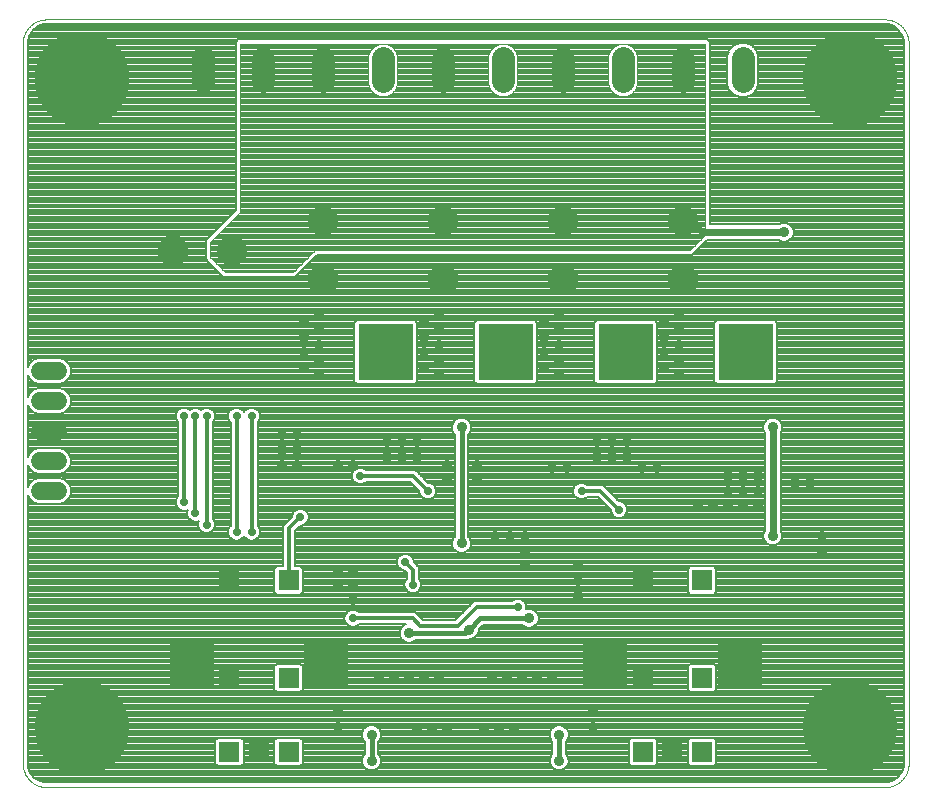
<source format=gbl>
G75*
%MOIN*%
%OFA0B0*%
%FSLAX25Y25*%
%IPPOS*%
%LPD*%
%AMOC8*
5,1,8,0,0,1.08239X$1,22.5*
%
%ADD10C,0.00400*%
%ADD11R,0.18110X0.18504*%
%ADD12R,0.03962X0.03962*%
%ADD13R,0.06693X0.06693*%
%ADD14R,0.14961X0.14961*%
%ADD15C,0.07677*%
%ADD16C,0.10000*%
%ADD17OC8,0.10000*%
%ADD18C,0.05906*%
%ADD19C,0.00787*%
%ADD20C,0.31496*%
%ADD21C,0.03562*%
%ADD22C,0.02400*%
%ADD23C,0.01600*%
%ADD24C,0.02775*%
%ADD25C,0.01200*%
D10*
X0012957Y0087909D02*
X0292485Y0087909D01*
X0292675Y0087911D01*
X0292865Y0087918D01*
X0293055Y0087930D01*
X0293245Y0087946D01*
X0293434Y0087966D01*
X0293623Y0087992D01*
X0293811Y0088021D01*
X0293998Y0088056D01*
X0294184Y0088095D01*
X0294369Y0088138D01*
X0294554Y0088186D01*
X0294737Y0088238D01*
X0294918Y0088294D01*
X0295098Y0088355D01*
X0295277Y0088421D01*
X0295454Y0088490D01*
X0295630Y0088564D01*
X0295803Y0088642D01*
X0295975Y0088725D01*
X0296144Y0088811D01*
X0296312Y0088901D01*
X0296477Y0088996D01*
X0296640Y0089094D01*
X0296800Y0089197D01*
X0296958Y0089303D01*
X0297113Y0089413D01*
X0297266Y0089526D01*
X0297416Y0089644D01*
X0297562Y0089765D01*
X0297706Y0089889D01*
X0297847Y0090017D01*
X0297985Y0090148D01*
X0298120Y0090283D01*
X0298251Y0090421D01*
X0298379Y0090562D01*
X0298503Y0090706D01*
X0298624Y0090852D01*
X0298742Y0091002D01*
X0298855Y0091155D01*
X0298965Y0091310D01*
X0299071Y0091468D01*
X0299174Y0091628D01*
X0299272Y0091791D01*
X0299367Y0091956D01*
X0299457Y0092124D01*
X0299543Y0092293D01*
X0299626Y0092465D01*
X0299704Y0092638D01*
X0299778Y0092814D01*
X0299847Y0092991D01*
X0299913Y0093170D01*
X0299974Y0093350D01*
X0300030Y0093531D01*
X0300082Y0093714D01*
X0300130Y0093899D01*
X0300173Y0094084D01*
X0300212Y0094270D01*
X0300247Y0094457D01*
X0300276Y0094645D01*
X0300302Y0094834D01*
X0300322Y0095023D01*
X0300338Y0095213D01*
X0300350Y0095403D01*
X0300357Y0095593D01*
X0300359Y0095783D01*
X0300359Y0335941D01*
X0300357Y0336131D01*
X0300350Y0336321D01*
X0300338Y0336511D01*
X0300322Y0336701D01*
X0300302Y0336890D01*
X0300276Y0337079D01*
X0300247Y0337267D01*
X0300212Y0337454D01*
X0300173Y0337640D01*
X0300130Y0337825D01*
X0300082Y0338010D01*
X0300030Y0338193D01*
X0299974Y0338374D01*
X0299913Y0338554D01*
X0299847Y0338733D01*
X0299778Y0338910D01*
X0299704Y0339086D01*
X0299626Y0339259D01*
X0299543Y0339431D01*
X0299457Y0339600D01*
X0299367Y0339768D01*
X0299272Y0339933D01*
X0299174Y0340096D01*
X0299071Y0340256D01*
X0298965Y0340414D01*
X0298855Y0340569D01*
X0298742Y0340722D01*
X0298624Y0340872D01*
X0298503Y0341018D01*
X0298379Y0341162D01*
X0298251Y0341303D01*
X0298120Y0341441D01*
X0297985Y0341576D01*
X0297847Y0341707D01*
X0297706Y0341835D01*
X0297562Y0341959D01*
X0297416Y0342080D01*
X0297266Y0342198D01*
X0297113Y0342311D01*
X0296958Y0342421D01*
X0296800Y0342527D01*
X0296640Y0342630D01*
X0296477Y0342728D01*
X0296312Y0342823D01*
X0296144Y0342913D01*
X0295975Y0342999D01*
X0295803Y0343082D01*
X0295630Y0343160D01*
X0295454Y0343234D01*
X0295277Y0343303D01*
X0295098Y0343369D01*
X0294918Y0343430D01*
X0294737Y0343486D01*
X0294554Y0343538D01*
X0294369Y0343586D01*
X0294184Y0343629D01*
X0293998Y0343668D01*
X0293811Y0343703D01*
X0293623Y0343732D01*
X0293434Y0343758D01*
X0293245Y0343778D01*
X0293055Y0343794D01*
X0292865Y0343806D01*
X0292675Y0343813D01*
X0292485Y0343815D01*
X0012957Y0343815D01*
X0012767Y0343813D01*
X0012577Y0343806D01*
X0012387Y0343794D01*
X0012197Y0343778D01*
X0012008Y0343758D01*
X0011819Y0343732D01*
X0011631Y0343703D01*
X0011444Y0343668D01*
X0011258Y0343629D01*
X0011073Y0343586D01*
X0010888Y0343538D01*
X0010705Y0343486D01*
X0010524Y0343430D01*
X0010344Y0343369D01*
X0010165Y0343303D01*
X0009988Y0343234D01*
X0009812Y0343160D01*
X0009639Y0343082D01*
X0009467Y0342999D01*
X0009298Y0342913D01*
X0009130Y0342823D01*
X0008965Y0342728D01*
X0008802Y0342630D01*
X0008642Y0342527D01*
X0008484Y0342421D01*
X0008329Y0342311D01*
X0008176Y0342198D01*
X0008026Y0342080D01*
X0007880Y0341959D01*
X0007736Y0341835D01*
X0007595Y0341707D01*
X0007457Y0341576D01*
X0007322Y0341441D01*
X0007191Y0341303D01*
X0007063Y0341162D01*
X0006939Y0341018D01*
X0006818Y0340872D01*
X0006700Y0340722D01*
X0006587Y0340569D01*
X0006477Y0340414D01*
X0006371Y0340256D01*
X0006268Y0340096D01*
X0006170Y0339933D01*
X0006075Y0339768D01*
X0005985Y0339600D01*
X0005899Y0339431D01*
X0005816Y0339259D01*
X0005738Y0339086D01*
X0005664Y0338910D01*
X0005595Y0338733D01*
X0005529Y0338554D01*
X0005468Y0338374D01*
X0005412Y0338193D01*
X0005360Y0338010D01*
X0005312Y0337825D01*
X0005269Y0337640D01*
X0005230Y0337454D01*
X0005195Y0337267D01*
X0005166Y0337079D01*
X0005140Y0336890D01*
X0005120Y0336701D01*
X0005104Y0336511D01*
X0005092Y0336321D01*
X0005085Y0336131D01*
X0005083Y0335941D01*
X0005083Y0095783D01*
X0005085Y0095593D01*
X0005092Y0095403D01*
X0005104Y0095213D01*
X0005120Y0095023D01*
X0005140Y0094834D01*
X0005166Y0094645D01*
X0005195Y0094457D01*
X0005230Y0094270D01*
X0005269Y0094084D01*
X0005312Y0093899D01*
X0005360Y0093714D01*
X0005412Y0093531D01*
X0005468Y0093350D01*
X0005529Y0093170D01*
X0005595Y0092991D01*
X0005664Y0092814D01*
X0005738Y0092638D01*
X0005816Y0092465D01*
X0005899Y0092293D01*
X0005985Y0092124D01*
X0006075Y0091956D01*
X0006170Y0091791D01*
X0006268Y0091628D01*
X0006371Y0091468D01*
X0006477Y0091310D01*
X0006587Y0091155D01*
X0006700Y0091002D01*
X0006818Y0090852D01*
X0006939Y0090706D01*
X0007063Y0090562D01*
X0007191Y0090421D01*
X0007322Y0090283D01*
X0007457Y0090148D01*
X0007595Y0090017D01*
X0007736Y0089889D01*
X0007880Y0089765D01*
X0008026Y0089644D01*
X0008176Y0089526D01*
X0008329Y0089413D01*
X0008484Y0089303D01*
X0008642Y0089197D01*
X0008802Y0089094D01*
X0008965Y0088996D01*
X0009130Y0088901D01*
X0009298Y0088811D01*
X0009467Y0088725D01*
X0009639Y0088642D01*
X0009812Y0088564D01*
X0009988Y0088490D01*
X0010165Y0088421D01*
X0010344Y0088355D01*
X0010524Y0088294D01*
X0010705Y0088238D01*
X0010888Y0088186D01*
X0011073Y0088138D01*
X0011258Y0088095D01*
X0011444Y0088056D01*
X0011631Y0088021D01*
X0011819Y0087992D01*
X0012008Y0087966D01*
X0012197Y0087946D01*
X0012387Y0087930D01*
X0012577Y0087918D01*
X0012767Y0087911D01*
X0012957Y0087909D01*
X0072583Y0259474D02*
X0067583Y0264474D01*
X0067583Y0269474D01*
X0077583Y0279474D01*
X0077583Y0335724D01*
X0232583Y0335724D01*
X0232583Y0271974D01*
X0227583Y0266974D01*
X0102583Y0266974D01*
X0095083Y0259474D01*
X0072583Y0259474D01*
X0072390Y0259668D02*
X0095277Y0259668D01*
X0095675Y0260066D02*
X0071991Y0260066D01*
X0071593Y0260465D02*
X0096074Y0260465D01*
X0096472Y0260863D02*
X0071194Y0260863D01*
X0070796Y0261262D02*
X0096871Y0261262D01*
X0097269Y0261660D02*
X0070397Y0261660D01*
X0069999Y0262059D02*
X0097668Y0262059D01*
X0098066Y0262457D02*
X0069600Y0262457D01*
X0069202Y0262856D02*
X0098465Y0262856D01*
X0098863Y0263254D02*
X0068803Y0263254D01*
X0068405Y0263653D02*
X0099262Y0263653D01*
X0099660Y0264051D02*
X0068006Y0264051D01*
X0067608Y0264450D02*
X0100059Y0264450D01*
X0100457Y0264848D02*
X0067583Y0264848D01*
X0067583Y0265247D02*
X0100856Y0265247D01*
X0101254Y0265645D02*
X0067583Y0265645D01*
X0067583Y0266044D02*
X0101653Y0266044D01*
X0102051Y0266443D02*
X0067583Y0266443D01*
X0067583Y0266841D02*
X0102450Y0266841D01*
X0077583Y0279593D02*
X0232583Y0279593D01*
X0232583Y0279195D02*
X0077304Y0279195D01*
X0076905Y0278796D02*
X0232583Y0278796D01*
X0232583Y0278398D02*
X0076507Y0278398D01*
X0076108Y0277999D02*
X0232583Y0277999D01*
X0232583Y0277601D02*
X0075710Y0277601D01*
X0075311Y0277202D02*
X0232583Y0277202D01*
X0232583Y0276804D02*
X0074913Y0276804D01*
X0074514Y0276405D02*
X0232583Y0276405D01*
X0232583Y0276007D02*
X0074116Y0276007D01*
X0073717Y0275608D02*
X0232583Y0275608D01*
X0232583Y0275210D02*
X0073319Y0275210D01*
X0072920Y0274811D02*
X0232583Y0274811D01*
X0232583Y0274413D02*
X0072522Y0274413D01*
X0072123Y0274014D02*
X0232583Y0274014D01*
X0232583Y0273616D02*
X0071725Y0273616D01*
X0071326Y0273217D02*
X0232583Y0273217D01*
X0232583Y0272819D02*
X0070928Y0272819D01*
X0070529Y0272420D02*
X0232583Y0272420D01*
X0232583Y0272022D02*
X0070131Y0272022D01*
X0069732Y0271623D02*
X0232232Y0271623D01*
X0231834Y0271225D02*
X0069334Y0271225D01*
X0068935Y0270826D02*
X0231435Y0270826D01*
X0231037Y0270428D02*
X0068537Y0270428D01*
X0068138Y0270029D02*
X0230638Y0270029D01*
X0230240Y0269631D02*
X0067740Y0269631D01*
X0067583Y0269232D02*
X0229841Y0269232D01*
X0229443Y0268834D02*
X0067583Y0268834D01*
X0067583Y0268435D02*
X0229044Y0268435D01*
X0228645Y0268037D02*
X0067583Y0268037D01*
X0067583Y0267638D02*
X0228247Y0267638D01*
X0227848Y0267240D02*
X0067583Y0267240D01*
X0077583Y0279992D02*
X0232583Y0279992D01*
X0232583Y0280390D02*
X0077583Y0280390D01*
X0077583Y0280789D02*
X0232583Y0280789D01*
X0232583Y0281187D02*
X0077583Y0281187D01*
X0077583Y0281586D02*
X0232583Y0281586D01*
X0232583Y0281984D02*
X0077583Y0281984D01*
X0077583Y0282383D02*
X0232583Y0282383D01*
X0232583Y0282781D02*
X0077583Y0282781D01*
X0077583Y0283180D02*
X0232583Y0283180D01*
X0232583Y0283579D02*
X0077583Y0283579D01*
X0077583Y0283977D02*
X0232583Y0283977D01*
X0232583Y0284376D02*
X0077583Y0284376D01*
X0077583Y0284774D02*
X0232583Y0284774D01*
X0232583Y0285173D02*
X0077583Y0285173D01*
X0077583Y0285571D02*
X0232583Y0285571D01*
X0232583Y0285970D02*
X0077583Y0285970D01*
X0077583Y0286368D02*
X0232583Y0286368D01*
X0232583Y0286767D02*
X0077583Y0286767D01*
X0077583Y0287165D02*
X0232583Y0287165D01*
X0232583Y0287564D02*
X0077583Y0287564D01*
X0077583Y0287962D02*
X0232583Y0287962D01*
X0232583Y0288361D02*
X0077583Y0288361D01*
X0077583Y0288759D02*
X0232583Y0288759D01*
X0232583Y0289158D02*
X0077583Y0289158D01*
X0077583Y0289556D02*
X0232583Y0289556D01*
X0232583Y0289955D02*
X0077583Y0289955D01*
X0077583Y0290353D02*
X0232583Y0290353D01*
X0232583Y0290752D02*
X0077583Y0290752D01*
X0077583Y0291150D02*
X0232583Y0291150D01*
X0232583Y0291549D02*
X0077583Y0291549D01*
X0077583Y0291947D02*
X0232583Y0291947D01*
X0232583Y0292346D02*
X0077583Y0292346D01*
X0077583Y0292744D02*
X0232583Y0292744D01*
X0232583Y0293143D02*
X0077583Y0293143D01*
X0077583Y0293541D02*
X0232583Y0293541D01*
X0232583Y0293940D02*
X0077583Y0293940D01*
X0077583Y0294338D02*
X0232583Y0294338D01*
X0232583Y0294737D02*
X0077583Y0294737D01*
X0077583Y0295135D02*
X0232583Y0295135D01*
X0232583Y0295534D02*
X0077583Y0295534D01*
X0077583Y0295932D02*
X0232583Y0295932D01*
X0232583Y0296331D02*
X0077583Y0296331D01*
X0077583Y0296729D02*
X0232583Y0296729D01*
X0232583Y0297128D02*
X0077583Y0297128D01*
X0077583Y0297526D02*
X0232583Y0297526D01*
X0232583Y0297925D02*
X0077583Y0297925D01*
X0077583Y0298323D02*
X0232583Y0298323D01*
X0232583Y0298722D02*
X0077583Y0298722D01*
X0077583Y0299120D02*
X0232583Y0299120D01*
X0232583Y0299519D02*
X0077583Y0299519D01*
X0077583Y0299917D02*
X0232583Y0299917D01*
X0232583Y0300316D02*
X0077583Y0300316D01*
X0077583Y0300714D02*
X0232583Y0300714D01*
X0232583Y0301113D02*
X0077583Y0301113D01*
X0077583Y0301512D02*
X0232583Y0301512D01*
X0232583Y0301910D02*
X0077583Y0301910D01*
X0077583Y0302309D02*
X0232583Y0302309D01*
X0232583Y0302707D02*
X0077583Y0302707D01*
X0077583Y0303106D02*
X0232583Y0303106D01*
X0232583Y0303504D02*
X0077583Y0303504D01*
X0077583Y0303903D02*
X0232583Y0303903D01*
X0232583Y0304301D02*
X0077583Y0304301D01*
X0077583Y0304700D02*
X0232583Y0304700D01*
X0232583Y0305098D02*
X0077583Y0305098D01*
X0077583Y0305497D02*
X0232583Y0305497D01*
X0232583Y0305895D02*
X0077583Y0305895D01*
X0077583Y0306294D02*
X0232583Y0306294D01*
X0232583Y0306692D02*
X0077583Y0306692D01*
X0077583Y0307091D02*
X0232583Y0307091D01*
X0232583Y0307489D02*
X0077583Y0307489D01*
X0077583Y0307888D02*
X0232583Y0307888D01*
X0232583Y0308286D02*
X0077583Y0308286D01*
X0077583Y0308685D02*
X0232583Y0308685D01*
X0232583Y0309083D02*
X0077583Y0309083D01*
X0077583Y0309482D02*
X0232583Y0309482D01*
X0232583Y0309880D02*
X0077583Y0309880D01*
X0077583Y0310279D02*
X0232583Y0310279D01*
X0232583Y0310677D02*
X0077583Y0310677D01*
X0077583Y0311076D02*
X0232583Y0311076D01*
X0232583Y0311474D02*
X0077583Y0311474D01*
X0077583Y0311873D02*
X0232583Y0311873D01*
X0232583Y0312271D02*
X0077583Y0312271D01*
X0077583Y0312670D02*
X0232583Y0312670D01*
X0232583Y0313068D02*
X0077583Y0313068D01*
X0077583Y0313467D02*
X0232583Y0313467D01*
X0232583Y0313865D02*
X0077583Y0313865D01*
X0077583Y0314264D02*
X0232583Y0314264D01*
X0232583Y0314662D02*
X0077583Y0314662D01*
X0077583Y0315061D02*
X0232583Y0315061D01*
X0232583Y0315459D02*
X0077583Y0315459D01*
X0077583Y0315858D02*
X0232583Y0315858D01*
X0232583Y0316256D02*
X0077583Y0316256D01*
X0077583Y0316655D02*
X0232583Y0316655D01*
X0232583Y0317053D02*
X0077583Y0317053D01*
X0077583Y0317452D02*
X0232583Y0317452D01*
X0232583Y0317850D02*
X0077583Y0317850D01*
X0077583Y0318249D02*
X0232583Y0318249D01*
X0232583Y0318648D02*
X0206891Y0318648D01*
X0206046Y0318297D02*
X0207824Y0319034D01*
X0209185Y0320395D01*
X0209922Y0322173D01*
X0209922Y0331775D01*
X0209185Y0333554D01*
X0207824Y0334915D01*
X0206046Y0335652D01*
X0204121Y0335652D01*
X0202342Y0334915D01*
X0200981Y0333554D01*
X0200245Y0331775D01*
X0200245Y0322173D01*
X0200981Y0320395D01*
X0202342Y0319034D01*
X0204121Y0318297D01*
X0206046Y0318297D01*
X0207836Y0319046D02*
X0232583Y0319046D01*
X0232583Y0319445D02*
X0208235Y0319445D01*
X0208633Y0319843D02*
X0232583Y0319843D01*
X0232583Y0320242D02*
X0209032Y0320242D01*
X0209287Y0320640D02*
X0232583Y0320640D01*
X0232583Y0321039D02*
X0209452Y0321039D01*
X0209617Y0321437D02*
X0232583Y0321437D01*
X0232583Y0321836D02*
X0209782Y0321836D01*
X0209922Y0322234D02*
X0232583Y0322234D01*
X0232583Y0322633D02*
X0209922Y0322633D01*
X0209922Y0323031D02*
X0232583Y0323031D01*
X0232583Y0323430D02*
X0209922Y0323430D01*
X0209922Y0323828D02*
X0232583Y0323828D01*
X0232583Y0324227D02*
X0209922Y0324227D01*
X0209922Y0324625D02*
X0232583Y0324625D01*
X0232583Y0325024D02*
X0209922Y0325024D01*
X0209922Y0325422D02*
X0232583Y0325422D01*
X0232583Y0325821D02*
X0209922Y0325821D01*
X0209922Y0326219D02*
X0232583Y0326219D01*
X0232583Y0326618D02*
X0209922Y0326618D01*
X0209922Y0327016D02*
X0232583Y0327016D01*
X0232583Y0327415D02*
X0209922Y0327415D01*
X0209922Y0327813D02*
X0232583Y0327813D01*
X0232583Y0328212D02*
X0209922Y0328212D01*
X0209922Y0328610D02*
X0232583Y0328610D01*
X0232583Y0329009D02*
X0209922Y0329009D01*
X0209922Y0329407D02*
X0232583Y0329407D01*
X0232583Y0329806D02*
X0209922Y0329806D01*
X0209922Y0330204D02*
X0232583Y0330204D01*
X0232583Y0330603D02*
X0209922Y0330603D01*
X0209922Y0331001D02*
X0232583Y0331001D01*
X0232583Y0331400D02*
X0209922Y0331400D01*
X0209912Y0331798D02*
X0232583Y0331798D01*
X0232583Y0332197D02*
X0209747Y0332197D01*
X0209582Y0332595D02*
X0232583Y0332595D01*
X0232583Y0332994D02*
X0209417Y0332994D01*
X0209252Y0333392D02*
X0232583Y0333392D01*
X0232583Y0333791D02*
X0208948Y0333791D01*
X0208550Y0334189D02*
X0232583Y0334189D01*
X0232583Y0334588D02*
X0208151Y0334588D01*
X0207651Y0334986D02*
X0232583Y0334986D01*
X0232583Y0335385D02*
X0206689Y0335385D01*
X0203477Y0335385D02*
X0166689Y0335385D01*
X0166046Y0335652D02*
X0167824Y0334915D01*
X0169185Y0333554D01*
X0169922Y0331775D01*
X0169922Y0322173D01*
X0169185Y0320395D01*
X0167824Y0319034D01*
X0166046Y0318297D01*
X0164121Y0318297D01*
X0162342Y0319034D01*
X0160981Y0320395D01*
X0160245Y0322173D01*
X0160245Y0331775D01*
X0160981Y0333554D01*
X0162342Y0334915D01*
X0164121Y0335652D01*
X0166046Y0335652D01*
X0167651Y0334986D02*
X0202515Y0334986D01*
X0202016Y0334588D02*
X0168151Y0334588D01*
X0168550Y0334189D02*
X0201617Y0334189D01*
X0201218Y0333791D02*
X0168948Y0333791D01*
X0169252Y0333392D02*
X0200915Y0333392D01*
X0200749Y0332994D02*
X0169417Y0332994D01*
X0169582Y0332595D02*
X0200584Y0332595D01*
X0200419Y0332197D02*
X0169747Y0332197D01*
X0169912Y0331798D02*
X0200254Y0331798D01*
X0200245Y0331400D02*
X0169922Y0331400D01*
X0169922Y0331001D02*
X0200245Y0331001D01*
X0200245Y0330603D02*
X0169922Y0330603D01*
X0169922Y0330204D02*
X0200245Y0330204D01*
X0200245Y0329806D02*
X0169922Y0329806D01*
X0169922Y0329407D02*
X0200245Y0329407D01*
X0200245Y0329009D02*
X0169922Y0329009D01*
X0169922Y0328610D02*
X0200245Y0328610D01*
X0200245Y0328212D02*
X0169922Y0328212D01*
X0169922Y0327813D02*
X0200245Y0327813D01*
X0200245Y0327415D02*
X0169922Y0327415D01*
X0169922Y0327016D02*
X0200245Y0327016D01*
X0200245Y0326618D02*
X0169922Y0326618D01*
X0169922Y0326219D02*
X0200245Y0326219D01*
X0200245Y0325821D02*
X0169922Y0325821D01*
X0169922Y0325422D02*
X0200245Y0325422D01*
X0200245Y0325024D02*
X0169922Y0325024D01*
X0169922Y0324625D02*
X0200245Y0324625D01*
X0200245Y0324227D02*
X0169922Y0324227D01*
X0169922Y0323828D02*
X0200245Y0323828D01*
X0200245Y0323430D02*
X0169922Y0323430D01*
X0169922Y0323031D02*
X0200245Y0323031D01*
X0200245Y0322633D02*
X0169922Y0322633D01*
X0169922Y0322234D02*
X0200245Y0322234D01*
X0200385Y0321836D02*
X0169782Y0321836D01*
X0169617Y0321437D02*
X0200550Y0321437D01*
X0200715Y0321039D02*
X0169452Y0321039D01*
X0169287Y0320640D02*
X0200880Y0320640D01*
X0201135Y0320242D02*
X0169032Y0320242D01*
X0168633Y0319843D02*
X0201533Y0319843D01*
X0201932Y0319445D02*
X0168235Y0319445D01*
X0167836Y0319046D02*
X0202330Y0319046D01*
X0203275Y0318648D02*
X0166891Y0318648D01*
X0163275Y0318648D02*
X0126891Y0318648D01*
X0126046Y0318297D02*
X0127824Y0319034D01*
X0129185Y0320395D01*
X0129922Y0322173D01*
X0129922Y0331775D01*
X0129185Y0333554D01*
X0127824Y0334915D01*
X0126046Y0335652D01*
X0124121Y0335652D01*
X0122342Y0334915D01*
X0120981Y0333554D01*
X0120245Y0331775D01*
X0120245Y0322173D01*
X0120981Y0320395D01*
X0122342Y0319034D01*
X0124121Y0318297D01*
X0126046Y0318297D01*
X0127836Y0319046D02*
X0162330Y0319046D01*
X0161932Y0319445D02*
X0128235Y0319445D01*
X0128633Y0319843D02*
X0161533Y0319843D01*
X0161135Y0320242D02*
X0129032Y0320242D01*
X0129287Y0320640D02*
X0160880Y0320640D01*
X0160715Y0321039D02*
X0129452Y0321039D01*
X0129617Y0321437D02*
X0160550Y0321437D01*
X0160385Y0321836D02*
X0129782Y0321836D01*
X0129922Y0322234D02*
X0160245Y0322234D01*
X0160245Y0322633D02*
X0129922Y0322633D01*
X0129922Y0323031D02*
X0160245Y0323031D01*
X0160245Y0323430D02*
X0129922Y0323430D01*
X0129922Y0323828D02*
X0160245Y0323828D01*
X0160245Y0324227D02*
X0129922Y0324227D01*
X0129922Y0324625D02*
X0160245Y0324625D01*
X0160245Y0325024D02*
X0129922Y0325024D01*
X0129922Y0325422D02*
X0160245Y0325422D01*
X0160245Y0325821D02*
X0129922Y0325821D01*
X0129922Y0326219D02*
X0160245Y0326219D01*
X0160245Y0326618D02*
X0129922Y0326618D01*
X0129922Y0327016D02*
X0160245Y0327016D01*
X0160245Y0327415D02*
X0129922Y0327415D01*
X0129922Y0327813D02*
X0160245Y0327813D01*
X0160245Y0328212D02*
X0129922Y0328212D01*
X0129922Y0328610D02*
X0160245Y0328610D01*
X0160245Y0329009D02*
X0129922Y0329009D01*
X0129922Y0329407D02*
X0160245Y0329407D01*
X0160245Y0329806D02*
X0129922Y0329806D01*
X0129922Y0330204D02*
X0160245Y0330204D01*
X0160245Y0330603D02*
X0129922Y0330603D01*
X0129922Y0331001D02*
X0160245Y0331001D01*
X0160245Y0331400D02*
X0129922Y0331400D01*
X0129912Y0331798D02*
X0160254Y0331798D01*
X0160419Y0332197D02*
X0129747Y0332197D01*
X0129582Y0332595D02*
X0160584Y0332595D01*
X0160749Y0332994D02*
X0129417Y0332994D01*
X0129252Y0333392D02*
X0160915Y0333392D01*
X0161218Y0333791D02*
X0128948Y0333791D01*
X0128550Y0334189D02*
X0161617Y0334189D01*
X0162016Y0334588D02*
X0128151Y0334588D01*
X0127651Y0334986D02*
X0162515Y0334986D01*
X0163477Y0335385D02*
X0126689Y0335385D01*
X0123477Y0335385D02*
X0077583Y0335385D01*
X0077583Y0334986D02*
X0122515Y0334986D01*
X0122016Y0334588D02*
X0077583Y0334588D01*
X0077583Y0334189D02*
X0121617Y0334189D01*
X0121218Y0333791D02*
X0077583Y0333791D01*
X0077583Y0333392D02*
X0120915Y0333392D01*
X0120749Y0332994D02*
X0077583Y0332994D01*
X0077583Y0332595D02*
X0120584Y0332595D01*
X0120419Y0332197D02*
X0077583Y0332197D01*
X0077583Y0331798D02*
X0120254Y0331798D01*
X0120245Y0331400D02*
X0077583Y0331400D01*
X0077583Y0331001D02*
X0120245Y0331001D01*
X0120245Y0330603D02*
X0077583Y0330603D01*
X0077583Y0330204D02*
X0120245Y0330204D01*
X0120245Y0329806D02*
X0077583Y0329806D01*
X0077583Y0329407D02*
X0120245Y0329407D01*
X0120245Y0329009D02*
X0077583Y0329009D01*
X0077583Y0328610D02*
X0120245Y0328610D01*
X0120245Y0328212D02*
X0077583Y0328212D01*
X0077583Y0327813D02*
X0120245Y0327813D01*
X0120245Y0327415D02*
X0077583Y0327415D01*
X0077583Y0327016D02*
X0120245Y0327016D01*
X0120245Y0326618D02*
X0077583Y0326618D01*
X0077583Y0326219D02*
X0120245Y0326219D01*
X0120245Y0325821D02*
X0077583Y0325821D01*
X0077583Y0325422D02*
X0120245Y0325422D01*
X0120245Y0325024D02*
X0077583Y0325024D01*
X0077583Y0324625D02*
X0120245Y0324625D01*
X0120245Y0324227D02*
X0077583Y0324227D01*
X0077583Y0323828D02*
X0120245Y0323828D01*
X0120245Y0323430D02*
X0077583Y0323430D01*
X0077583Y0323031D02*
X0120245Y0323031D01*
X0120245Y0322633D02*
X0077583Y0322633D01*
X0077583Y0322234D02*
X0120245Y0322234D01*
X0120385Y0321836D02*
X0077583Y0321836D01*
X0077583Y0321437D02*
X0120550Y0321437D01*
X0120715Y0321039D02*
X0077583Y0321039D01*
X0077583Y0320640D02*
X0120880Y0320640D01*
X0121135Y0320242D02*
X0077583Y0320242D01*
X0077583Y0319843D02*
X0121533Y0319843D01*
X0121932Y0319445D02*
X0077583Y0319445D01*
X0077583Y0319046D02*
X0122330Y0319046D01*
X0123275Y0318648D02*
X0077583Y0318648D01*
D11*
X0126058Y0232909D03*
X0166058Y0232909D03*
X0206058Y0232909D03*
X0246058Y0232909D03*
D12*
X0245270Y0232909D03*
X0245270Y0227398D03*
X0250782Y0227398D03*
X0250782Y0232909D03*
X0250782Y0238421D03*
X0245270Y0238421D03*
X0239759Y0238421D03*
X0239759Y0232909D03*
X0239759Y0227398D03*
X0210782Y0227398D03*
X0210782Y0232909D03*
X0205270Y0232909D03*
X0205270Y0227398D03*
X0199759Y0227398D03*
X0199759Y0232909D03*
X0199759Y0238421D03*
X0205270Y0238421D03*
X0210782Y0238421D03*
X0170782Y0238421D03*
X0170782Y0232909D03*
X0170782Y0227398D03*
X0165270Y0227398D03*
X0165270Y0232909D03*
X0159759Y0232909D03*
X0159759Y0227398D03*
X0159759Y0238421D03*
X0165270Y0238421D03*
X0130782Y0238421D03*
X0130782Y0232909D03*
X0130782Y0227398D03*
X0125270Y0227398D03*
X0125270Y0232909D03*
X0119759Y0232909D03*
X0119759Y0227398D03*
X0119759Y0238421D03*
X0125270Y0238421D03*
D13*
X0093666Y0156807D03*
X0073981Y0156807D03*
X0073981Y0124327D03*
X0093666Y0124327D03*
X0093666Y0099720D03*
X0093666Y0099720D03*
X0083823Y0099720D03*
X0083823Y0099720D03*
X0073981Y0099720D03*
X0073981Y0099720D03*
X0211776Y0099720D03*
X0211776Y0099720D03*
X0221619Y0099720D03*
X0221619Y0099720D03*
X0231461Y0099720D03*
X0231461Y0099720D03*
X0231461Y0124327D03*
X0211776Y0124327D03*
X0211776Y0156807D03*
X0231461Y0156807D03*
D14*
X0244060Y0129248D03*
X0199178Y0129248D03*
X0106264Y0129248D03*
X0061383Y0129248D03*
D15*
X0065083Y0323136D02*
X0065083Y0330813D01*
X0085083Y0330813D02*
X0085083Y0323136D01*
X0105083Y0323136D02*
X0105083Y0330813D01*
X0125083Y0330813D02*
X0125083Y0323136D01*
X0145083Y0323136D02*
X0145083Y0330813D01*
X0165083Y0330813D02*
X0165083Y0323136D01*
X0185083Y0323136D02*
X0185083Y0330813D01*
X0205083Y0330813D02*
X0205083Y0323136D01*
X0225083Y0323136D02*
X0225083Y0330813D01*
X0245083Y0330813D02*
X0245083Y0323136D01*
D16*
X0225083Y0276502D03*
X0185083Y0276502D03*
X0145083Y0276502D03*
X0105083Y0276502D03*
X0074926Y0266659D03*
D17*
X0055241Y0266659D03*
X0105083Y0256817D03*
X0145083Y0256817D03*
X0185083Y0256817D03*
X0225083Y0256817D03*
D18*
X0016786Y0226659D02*
X0010881Y0226659D01*
X0010881Y0216659D02*
X0016786Y0216659D01*
X0016786Y0206659D02*
X0010881Y0206659D01*
X0010881Y0196659D02*
X0016786Y0196659D01*
X0016786Y0186659D02*
X0010881Y0186659D01*
D19*
X0006941Y0188506D02*
X0006677Y0188506D01*
X0006677Y0187869D02*
X0006677Y0195450D01*
X0007196Y0194197D01*
X0008419Y0192975D01*
X0010016Y0192313D01*
X0017651Y0192313D01*
X0019248Y0192975D01*
X0020471Y0194197D01*
X0021133Y0195795D01*
X0021133Y0197524D01*
X0020471Y0199122D01*
X0019248Y0200344D01*
X0017651Y0201006D01*
X0010016Y0201006D01*
X0008419Y0200344D01*
X0007196Y0199122D01*
X0006677Y0197869D01*
X0006677Y0215450D01*
X0007196Y0214197D01*
X0008419Y0212975D01*
X0010016Y0212313D01*
X0017651Y0212313D01*
X0019248Y0212975D01*
X0020471Y0214197D01*
X0021133Y0215795D01*
X0021133Y0217524D01*
X0020471Y0219122D01*
X0019248Y0220344D01*
X0017651Y0221006D01*
X0010016Y0221006D01*
X0008419Y0220344D01*
X0007196Y0219122D01*
X0006677Y0217869D01*
X0006677Y0225450D01*
X0007196Y0224197D01*
X0008419Y0222975D01*
X0010016Y0222313D01*
X0017651Y0222313D01*
X0019248Y0222975D01*
X0020471Y0224197D01*
X0021133Y0225795D01*
X0021133Y0227524D01*
X0020471Y0229122D01*
X0019248Y0230344D01*
X0017651Y0231006D01*
X0010016Y0231006D01*
X0008419Y0230344D01*
X0007196Y0229122D01*
X0006677Y0227869D01*
X0006677Y0335941D01*
X0006754Y0336923D01*
X0007362Y0338792D01*
X0008516Y0340382D01*
X0010106Y0341537D01*
X0011975Y0342144D01*
X0012957Y0342221D01*
X0292485Y0342221D01*
X0293467Y0342144D01*
X0295336Y0341537D01*
X0296926Y0340382D01*
X0298081Y0338792D01*
X0298688Y0336923D01*
X0298765Y0335941D01*
X0298765Y0095783D01*
X0298688Y0094801D01*
X0298081Y0092932D01*
X0296926Y0091343D01*
X0295336Y0090188D01*
X0293467Y0089580D01*
X0292485Y0089503D01*
X0012957Y0089503D01*
X0011975Y0089580D01*
X0010106Y0090188D01*
X0008516Y0091343D01*
X0007362Y0092932D01*
X0006754Y0094801D01*
X0006677Y0095783D01*
X0006677Y0185450D01*
X0007196Y0184197D01*
X0008419Y0182975D01*
X0010016Y0182313D01*
X0017651Y0182313D01*
X0019248Y0182975D01*
X0020471Y0184197D01*
X0021133Y0185795D01*
X0021133Y0187524D01*
X0020471Y0189122D01*
X0019248Y0190344D01*
X0017651Y0191006D01*
X0010016Y0191006D01*
X0008419Y0190344D01*
X0007196Y0189122D01*
X0006677Y0187869D01*
X0006677Y0189292D02*
X0007367Y0189292D01*
X0006677Y0190078D02*
X0008152Y0190078D01*
X0006677Y0190864D02*
X0009674Y0190864D01*
X0009719Y0192436D02*
X0006677Y0192436D01*
X0006677Y0193222D02*
X0008171Y0193222D01*
X0007386Y0194008D02*
X0006677Y0194008D01*
X0006677Y0194794D02*
X0006949Y0194794D01*
X0006705Y0197937D02*
X0006677Y0197937D01*
X0006677Y0198723D02*
X0007031Y0198723D01*
X0006677Y0199509D02*
X0007583Y0199509D01*
X0008369Y0200295D02*
X0006677Y0200295D01*
X0006677Y0201081D02*
X0056840Y0201081D01*
X0056840Y0201867D02*
X0006677Y0201867D01*
X0006677Y0202653D02*
X0056840Y0202653D01*
X0056840Y0203439D02*
X0006677Y0203439D01*
X0006677Y0204225D02*
X0056840Y0204225D01*
X0056840Y0205010D02*
X0006677Y0205010D01*
X0006677Y0205796D02*
X0056840Y0205796D01*
X0056840Y0206582D02*
X0006677Y0206582D01*
X0006677Y0207368D02*
X0056840Y0207368D01*
X0056840Y0208154D02*
X0006677Y0208154D01*
X0006677Y0208940D02*
X0056840Y0208940D01*
X0056840Y0209720D02*
X0056840Y0184849D01*
X0056476Y0184485D01*
X0056052Y0183463D01*
X0056052Y0182356D01*
X0056476Y0181334D01*
X0057258Y0180552D01*
X0058280Y0180128D01*
X0059387Y0180128D01*
X0060096Y0180422D01*
X0059802Y0179713D01*
X0059802Y0178606D01*
X0060226Y0177584D01*
X0061008Y0176802D01*
X0062030Y0176378D01*
X0063137Y0176378D01*
X0063846Y0176672D01*
X0063552Y0175963D01*
X0063552Y0174856D01*
X0063976Y0173834D01*
X0064758Y0173052D01*
X0065780Y0172628D01*
X0066887Y0172628D01*
X0067909Y0173052D01*
X0068691Y0173834D01*
X0069114Y0174856D01*
X0069114Y0175963D01*
X0068691Y0176985D01*
X0068327Y0177349D01*
X0068327Y0209720D01*
X0068691Y0210084D01*
X0069114Y0211106D01*
X0069114Y0212213D01*
X0068691Y0213235D01*
X0067909Y0214017D01*
X0066887Y0214441D01*
X0065780Y0214441D01*
X0064758Y0214017D01*
X0064458Y0213717D01*
X0064159Y0214017D01*
X0063137Y0214441D01*
X0062030Y0214441D01*
X0061008Y0214017D01*
X0060708Y0213717D01*
X0060409Y0214017D01*
X0059387Y0214441D01*
X0058280Y0214441D01*
X0057258Y0214017D01*
X0056476Y0213235D01*
X0056052Y0212213D01*
X0056052Y0211106D01*
X0056476Y0210084D01*
X0056840Y0209720D01*
X0056834Y0209726D02*
X0006677Y0209726D01*
X0006677Y0210512D02*
X0056298Y0210512D01*
X0056052Y0211298D02*
X0006677Y0211298D01*
X0006677Y0212084D02*
X0056052Y0212084D01*
X0056324Y0212870D02*
X0018994Y0212870D01*
X0019929Y0213656D02*
X0056896Y0213656D01*
X0068270Y0213656D02*
X0074396Y0213656D01*
X0074758Y0214017D02*
X0073976Y0213235D01*
X0073552Y0212213D01*
X0073552Y0211106D01*
X0073976Y0210084D01*
X0074340Y0209720D01*
X0074340Y0174849D01*
X0073976Y0174485D01*
X0073552Y0173463D01*
X0073552Y0172356D01*
X0073976Y0171334D01*
X0074758Y0170552D01*
X0075780Y0170128D01*
X0076887Y0170128D01*
X0077909Y0170552D01*
X0078691Y0171334D01*
X0078833Y0171678D01*
X0078976Y0171334D01*
X0079758Y0170552D01*
X0080780Y0170128D01*
X0081887Y0170128D01*
X0082909Y0170552D01*
X0083691Y0171334D01*
X0084114Y0172356D01*
X0084114Y0173463D01*
X0083691Y0174485D01*
X0083327Y0174849D01*
X0083327Y0209720D01*
X0083691Y0210084D01*
X0084114Y0211106D01*
X0084114Y0212213D01*
X0083691Y0213235D01*
X0082909Y0214017D01*
X0081887Y0214441D01*
X0080780Y0214441D01*
X0079758Y0214017D01*
X0078976Y0213235D01*
X0078833Y0212891D01*
X0078691Y0213235D01*
X0077909Y0214017D01*
X0076887Y0214441D01*
X0075780Y0214441D01*
X0074758Y0214017D01*
X0073824Y0212870D02*
X0068842Y0212870D01*
X0069114Y0212084D02*
X0073552Y0212084D01*
X0073552Y0211298D02*
X0069114Y0211298D01*
X0068868Y0210512D02*
X0073798Y0210512D01*
X0074334Y0209726D02*
X0068333Y0209726D01*
X0068327Y0208940D02*
X0074340Y0208940D01*
X0074340Y0208154D02*
X0068327Y0208154D01*
X0068327Y0207368D02*
X0074340Y0207368D01*
X0074340Y0206582D02*
X0068327Y0206582D01*
X0068327Y0205796D02*
X0074340Y0205796D01*
X0074340Y0205010D02*
X0068327Y0205010D01*
X0068327Y0204225D02*
X0074340Y0204225D01*
X0074340Y0203439D02*
X0068327Y0203439D01*
X0068327Y0202653D02*
X0074340Y0202653D01*
X0074340Y0201867D02*
X0068327Y0201867D01*
X0068327Y0201081D02*
X0074340Y0201081D01*
X0074340Y0200295D02*
X0068327Y0200295D01*
X0068327Y0199509D02*
X0074340Y0199509D01*
X0074340Y0198723D02*
X0068327Y0198723D01*
X0068327Y0197937D02*
X0074340Y0197937D01*
X0074340Y0197151D02*
X0068327Y0197151D01*
X0068327Y0196365D02*
X0074340Y0196365D01*
X0074340Y0195580D02*
X0068327Y0195580D01*
X0068327Y0194794D02*
X0074340Y0194794D01*
X0074340Y0194008D02*
X0068327Y0194008D01*
X0068327Y0193222D02*
X0074340Y0193222D01*
X0074340Y0192436D02*
X0068327Y0192436D01*
X0068327Y0191650D02*
X0074340Y0191650D01*
X0074340Y0190864D02*
X0068327Y0190864D01*
X0068327Y0190078D02*
X0074340Y0190078D01*
X0074340Y0189292D02*
X0068327Y0189292D01*
X0068327Y0188506D02*
X0074340Y0188506D01*
X0074340Y0187720D02*
X0068327Y0187720D01*
X0068327Y0186934D02*
X0074340Y0186934D01*
X0074340Y0186149D02*
X0068327Y0186149D01*
X0068327Y0185363D02*
X0074340Y0185363D01*
X0074340Y0184577D02*
X0068327Y0184577D01*
X0068327Y0183791D02*
X0074340Y0183791D01*
X0074340Y0183005D02*
X0068327Y0183005D01*
X0068327Y0182219D02*
X0074340Y0182219D01*
X0074340Y0181433D02*
X0068327Y0181433D01*
X0068327Y0180647D02*
X0074340Y0180647D01*
X0074340Y0179861D02*
X0068327Y0179861D01*
X0068327Y0179075D02*
X0074340Y0179075D01*
X0074340Y0178289D02*
X0068327Y0178289D01*
X0068327Y0177504D02*
X0074340Y0177504D01*
X0074340Y0176718D02*
X0068802Y0176718D01*
X0069114Y0175932D02*
X0074340Y0175932D01*
X0074340Y0175146D02*
X0069114Y0175146D01*
X0068909Y0174360D02*
X0073924Y0174360D01*
X0073598Y0173574D02*
X0068431Y0173574D01*
X0067272Y0172788D02*
X0073552Y0172788D01*
X0073699Y0172002D02*
X0006677Y0172002D01*
X0006677Y0171216D02*
X0074093Y0171216D01*
X0075051Y0170430D02*
X0006677Y0170430D01*
X0006677Y0169644D02*
X0091840Y0169644D01*
X0091840Y0168858D02*
X0006677Y0168858D01*
X0006677Y0168073D02*
X0091840Y0168073D01*
X0091840Y0167287D02*
X0006677Y0167287D01*
X0006677Y0166501D02*
X0091840Y0166501D01*
X0091840Y0165715D02*
X0006677Y0165715D01*
X0006677Y0164929D02*
X0091840Y0164929D01*
X0091840Y0164143D02*
X0006677Y0164143D01*
X0006677Y0163357D02*
X0091840Y0163357D01*
X0091840Y0162571D02*
X0006677Y0162571D01*
X0006677Y0161785D02*
X0091840Y0161785D01*
X0091840Y0161547D02*
X0089742Y0161547D01*
X0088926Y0160731D01*
X0088926Y0152883D01*
X0089742Y0152067D01*
X0097590Y0152067D01*
X0098406Y0152883D01*
X0098406Y0160731D01*
X0097590Y0161547D01*
X0095827Y0161547D01*
X0095827Y0173334D01*
X0097622Y0175128D01*
X0098137Y0175128D01*
X0099159Y0175552D01*
X0099941Y0176334D01*
X0100364Y0177356D01*
X0100364Y0178463D01*
X0099941Y0179485D01*
X0099159Y0180267D01*
X0098137Y0180691D01*
X0097030Y0180691D01*
X0096008Y0180267D01*
X0095226Y0179485D01*
X0094802Y0178463D01*
X0094802Y0177948D01*
X0093008Y0176153D01*
X0091840Y0174985D01*
X0091840Y0161547D01*
X0089194Y0160999D02*
X0006677Y0160999D01*
X0006677Y0160213D02*
X0088926Y0160213D01*
X0088926Y0159428D02*
X0006677Y0159428D01*
X0006677Y0158642D02*
X0088926Y0158642D01*
X0088926Y0157856D02*
X0006677Y0157856D01*
X0006677Y0157070D02*
X0088926Y0157070D01*
X0088926Y0156284D02*
X0006677Y0156284D01*
X0006677Y0155498D02*
X0088926Y0155498D01*
X0088926Y0154712D02*
X0006677Y0154712D01*
X0006677Y0153926D02*
X0088926Y0153926D01*
X0088926Y0153140D02*
X0006677Y0153140D01*
X0006677Y0152354D02*
X0089455Y0152354D01*
X0095827Y0161785D02*
X0130039Y0161785D01*
X0130226Y0161334D02*
X0131008Y0160552D01*
X0132030Y0160128D01*
X0132545Y0160128D01*
X0133090Y0159584D01*
X0133090Y0157349D01*
X0132726Y0156985D01*
X0132302Y0155963D01*
X0132302Y0154856D01*
X0132726Y0153834D01*
X0133508Y0153052D01*
X0134530Y0152628D01*
X0135637Y0152628D01*
X0136659Y0153052D01*
X0137441Y0153834D01*
X0137864Y0154856D01*
X0137864Y0155963D01*
X0137441Y0156985D01*
X0137077Y0157349D01*
X0137077Y0161235D01*
X0135364Y0162948D01*
X0135364Y0163463D01*
X0134941Y0164485D01*
X0134159Y0165267D01*
X0133137Y0165691D01*
X0132030Y0165691D01*
X0131008Y0165267D01*
X0130226Y0164485D01*
X0129802Y0163463D01*
X0129802Y0162356D01*
X0130226Y0161334D01*
X0130560Y0160999D02*
X0098138Y0160999D01*
X0098406Y0160213D02*
X0131825Y0160213D01*
X0133090Y0159428D02*
X0098406Y0159428D01*
X0098406Y0158642D02*
X0133090Y0158642D01*
X0133090Y0157856D02*
X0098406Y0157856D01*
X0098406Y0157070D02*
X0132811Y0157070D01*
X0132435Y0156284D02*
X0098406Y0156284D01*
X0098406Y0155498D02*
X0132302Y0155498D01*
X0132362Y0154712D02*
X0098406Y0154712D01*
X0098406Y0153926D02*
X0132687Y0153926D01*
X0133419Y0153140D02*
X0098406Y0153140D01*
X0097877Y0152354D02*
X0227250Y0152354D01*
X0227538Y0152067D02*
X0235385Y0152067D01*
X0236201Y0152883D01*
X0236201Y0160731D01*
X0235385Y0161547D01*
X0227538Y0161547D01*
X0226721Y0160731D01*
X0226721Y0152883D01*
X0227538Y0152067D01*
X0226721Y0153140D02*
X0136747Y0153140D01*
X0137479Y0153926D02*
X0226721Y0153926D01*
X0226721Y0154712D02*
X0137805Y0154712D01*
X0137864Y0155498D02*
X0226721Y0155498D01*
X0226721Y0156284D02*
X0137731Y0156284D01*
X0137356Y0157070D02*
X0226721Y0157070D01*
X0226721Y0157856D02*
X0137077Y0157856D01*
X0137077Y0158642D02*
X0226721Y0158642D01*
X0226721Y0159428D02*
X0137077Y0159428D01*
X0137077Y0160213D02*
X0226721Y0160213D01*
X0226990Y0160999D02*
X0137077Y0160999D01*
X0136527Y0161785D02*
X0298765Y0161785D01*
X0298765Y0160999D02*
X0235933Y0160999D01*
X0236201Y0160213D02*
X0298765Y0160213D01*
X0298765Y0159428D02*
X0236201Y0159428D01*
X0236201Y0158642D02*
X0298765Y0158642D01*
X0298765Y0157856D02*
X0236201Y0157856D01*
X0236201Y0157070D02*
X0298765Y0157070D01*
X0298765Y0156284D02*
X0236201Y0156284D01*
X0236201Y0155498D02*
X0298765Y0155498D01*
X0298765Y0154712D02*
X0236201Y0154712D01*
X0236201Y0153926D02*
X0298765Y0153926D01*
X0298765Y0153140D02*
X0236201Y0153140D01*
X0235672Y0152354D02*
X0298765Y0152354D01*
X0298765Y0151568D02*
X0006677Y0151568D01*
X0006677Y0150782D02*
X0298765Y0150782D01*
X0298765Y0149997D02*
X0171929Y0149997D01*
X0171659Y0150267D02*
X0170637Y0150691D01*
X0169530Y0150691D01*
X0168508Y0150267D01*
X0168144Y0149903D01*
X0155508Y0149903D01*
X0149258Y0143653D01*
X0138409Y0143653D01*
X0137077Y0144985D01*
X0135909Y0146153D01*
X0117023Y0146153D01*
X0116659Y0146517D01*
X0115637Y0146941D01*
X0114530Y0146941D01*
X0113508Y0146517D01*
X0112726Y0145735D01*
X0112302Y0144713D01*
X0112302Y0143606D01*
X0112726Y0142584D01*
X0113508Y0141802D01*
X0114530Y0141378D01*
X0115637Y0141378D01*
X0116659Y0141802D01*
X0117023Y0142166D01*
X0132795Y0142166D01*
X0132035Y0141851D01*
X0131142Y0140958D01*
X0130659Y0139791D01*
X0130659Y0138528D01*
X0131142Y0137361D01*
X0132035Y0136468D01*
X0133202Y0135985D01*
X0134465Y0135985D01*
X0135632Y0136468D01*
X0136129Y0136966D01*
X0153492Y0136966D01*
X0153761Y0137235D01*
X0154465Y0137235D01*
X0155632Y0137718D01*
X0156525Y0138611D01*
X0157008Y0139778D01*
X0157008Y0140482D01*
X0158492Y0141966D01*
X0171537Y0141966D01*
X0172035Y0141468D01*
X0173202Y0140985D01*
X0174465Y0140985D01*
X0175632Y0141468D01*
X0176525Y0142361D01*
X0177008Y0143528D01*
X0177008Y0144791D01*
X0176525Y0145958D01*
X0175632Y0146851D01*
X0174465Y0147334D01*
X0173202Y0147334D01*
X0172784Y0147161D01*
X0172864Y0147356D01*
X0172864Y0148463D01*
X0172441Y0149485D01*
X0171659Y0150267D01*
X0172555Y0149211D02*
X0298765Y0149211D01*
X0298765Y0148425D02*
X0172864Y0148425D01*
X0172864Y0147639D02*
X0298765Y0147639D01*
X0298765Y0146853D02*
X0175627Y0146853D01*
X0176416Y0146067D02*
X0298765Y0146067D01*
X0298765Y0145281D02*
X0176805Y0145281D01*
X0177008Y0144495D02*
X0298765Y0144495D01*
X0298765Y0143709D02*
X0177008Y0143709D01*
X0176758Y0142923D02*
X0298765Y0142923D01*
X0298765Y0142137D02*
X0176301Y0142137D01*
X0175351Y0141352D02*
X0298765Y0141352D01*
X0298765Y0140566D02*
X0157092Y0140566D01*
X0157008Y0139780D02*
X0298765Y0139780D01*
X0298765Y0138994D02*
X0156683Y0138994D01*
X0156122Y0138208D02*
X0298765Y0138208D01*
X0298765Y0137422D02*
X0154917Y0137422D01*
X0157878Y0141352D02*
X0172316Y0141352D01*
X0168237Y0149997D02*
X0006677Y0149997D01*
X0006677Y0149211D02*
X0154815Y0149211D01*
X0154029Y0148425D02*
X0006677Y0148425D01*
X0006677Y0147639D02*
X0153243Y0147639D01*
X0152457Y0146853D02*
X0115848Y0146853D01*
X0114319Y0146853D02*
X0006677Y0146853D01*
X0006677Y0146067D02*
X0113058Y0146067D01*
X0112538Y0145281D02*
X0006677Y0145281D01*
X0006677Y0144495D02*
X0112302Y0144495D01*
X0112302Y0143709D02*
X0006677Y0143709D01*
X0006677Y0142923D02*
X0112585Y0142923D01*
X0113172Y0142137D02*
X0006677Y0142137D01*
X0006677Y0141352D02*
X0131536Y0141352D01*
X0130979Y0140566D02*
X0006677Y0140566D01*
X0006677Y0139780D02*
X0130659Y0139780D01*
X0130659Y0138994D02*
X0006677Y0138994D01*
X0006677Y0138208D02*
X0130791Y0138208D01*
X0131117Y0137422D02*
X0006677Y0137422D01*
X0006677Y0136636D02*
X0131867Y0136636D01*
X0135800Y0136636D02*
X0298765Y0136636D01*
X0298765Y0135850D02*
X0006677Y0135850D01*
X0006677Y0135064D02*
X0298765Y0135064D01*
X0298765Y0134278D02*
X0006677Y0134278D01*
X0006677Y0133492D02*
X0298765Y0133492D01*
X0298765Y0132706D02*
X0006677Y0132706D01*
X0006677Y0131921D02*
X0298765Y0131921D01*
X0298765Y0131135D02*
X0006677Y0131135D01*
X0006677Y0130349D02*
X0298765Y0130349D01*
X0298765Y0129563D02*
X0006677Y0129563D01*
X0006677Y0128777D02*
X0089452Y0128777D01*
X0089742Y0129067D02*
X0088926Y0128251D01*
X0088926Y0120403D01*
X0089742Y0119587D01*
X0097590Y0119587D01*
X0098406Y0120403D01*
X0098406Y0128251D01*
X0097590Y0129067D01*
X0089742Y0129067D01*
X0088926Y0127991D02*
X0006677Y0127991D01*
X0006677Y0127205D02*
X0088926Y0127205D01*
X0088926Y0126419D02*
X0006677Y0126419D01*
X0006677Y0125633D02*
X0088926Y0125633D01*
X0088926Y0124847D02*
X0006677Y0124847D01*
X0006677Y0124061D02*
X0088926Y0124061D01*
X0088926Y0123276D02*
X0006677Y0123276D01*
X0006677Y0122490D02*
X0088926Y0122490D01*
X0088926Y0121704D02*
X0006677Y0121704D01*
X0006677Y0120918D02*
X0088926Y0120918D01*
X0089197Y0120132D02*
X0006677Y0120132D01*
X0006677Y0119346D02*
X0298765Y0119346D01*
X0298765Y0120132D02*
X0235930Y0120132D01*
X0236201Y0120403D02*
X0235385Y0119587D01*
X0227538Y0119587D01*
X0226721Y0120403D01*
X0226721Y0128251D01*
X0227538Y0129067D01*
X0235385Y0129067D01*
X0236201Y0128251D01*
X0236201Y0120403D01*
X0236201Y0120918D02*
X0298765Y0120918D01*
X0298765Y0121704D02*
X0236201Y0121704D01*
X0236201Y0122490D02*
X0298765Y0122490D01*
X0298765Y0123276D02*
X0236201Y0123276D01*
X0236201Y0124061D02*
X0298765Y0124061D01*
X0298765Y0124847D02*
X0236201Y0124847D01*
X0236201Y0125633D02*
X0298765Y0125633D01*
X0298765Y0126419D02*
X0236201Y0126419D01*
X0236201Y0127205D02*
X0298765Y0127205D01*
X0298765Y0127991D02*
X0236201Y0127991D01*
X0235675Y0128777D02*
X0298765Y0128777D01*
X0298765Y0118560D02*
X0006677Y0118560D01*
X0006677Y0117774D02*
X0298765Y0117774D01*
X0298765Y0116988D02*
X0006677Y0116988D01*
X0006677Y0116202D02*
X0298765Y0116202D01*
X0298765Y0115416D02*
X0006677Y0115416D01*
X0006677Y0114630D02*
X0298765Y0114630D01*
X0298765Y0113845D02*
X0006677Y0113845D01*
X0006677Y0113059D02*
X0298765Y0113059D01*
X0298765Y0112273D02*
X0006677Y0112273D01*
X0006677Y0111487D02*
X0298765Y0111487D01*
X0298765Y0110701D02*
X0006677Y0110701D01*
X0006677Y0109915D02*
X0298765Y0109915D01*
X0298765Y0109129D02*
X0006677Y0109129D01*
X0006677Y0108343D02*
X0120120Y0108343D01*
X0120702Y0108584D02*
X0119535Y0108101D01*
X0118642Y0107208D01*
X0118159Y0106041D01*
X0118159Y0104778D01*
X0118642Y0103611D01*
X0119140Y0103113D01*
X0119140Y0098956D01*
X0118642Y0098458D01*
X0118159Y0097291D01*
X0118159Y0096028D01*
X0118642Y0094861D01*
X0119535Y0093968D01*
X0120702Y0093485D01*
X0121965Y0093485D01*
X0123132Y0093968D01*
X0124025Y0094861D01*
X0124508Y0096028D01*
X0124508Y0097291D01*
X0124025Y0098458D01*
X0123527Y0098956D01*
X0123527Y0103113D01*
X0124025Y0103611D01*
X0124508Y0104778D01*
X0124508Y0106041D01*
X0124025Y0107208D01*
X0123132Y0108101D01*
X0121965Y0108584D01*
X0120702Y0108584D01*
X0122547Y0108343D02*
X0182620Y0108343D01*
X0183202Y0108584D02*
X0182035Y0108101D01*
X0181142Y0107208D01*
X0180659Y0106041D01*
X0180659Y0104778D01*
X0181142Y0103611D01*
X0181640Y0103113D01*
X0181640Y0098956D01*
X0181142Y0098458D01*
X0180659Y0097291D01*
X0180659Y0096028D01*
X0181142Y0094861D01*
X0182035Y0093968D01*
X0183202Y0093485D01*
X0184465Y0093485D01*
X0185632Y0093968D01*
X0186525Y0094861D01*
X0187008Y0096028D01*
X0187008Y0097291D01*
X0186525Y0098458D01*
X0186027Y0098956D01*
X0186027Y0103113D01*
X0186525Y0103611D01*
X0187008Y0104778D01*
X0187008Y0106041D01*
X0186525Y0107208D01*
X0185632Y0108101D01*
X0184465Y0108584D01*
X0183202Y0108584D01*
X0185047Y0108343D02*
X0298765Y0108343D01*
X0298765Y0107557D02*
X0186175Y0107557D01*
X0186706Y0106771D02*
X0298765Y0106771D01*
X0298765Y0105985D02*
X0187008Y0105985D01*
X0187008Y0105200D02*
X0298765Y0105200D01*
X0298765Y0104414D02*
X0235432Y0104414D01*
X0235385Y0104461D02*
X0227538Y0104461D01*
X0226721Y0103644D01*
X0226721Y0095797D01*
X0227538Y0094980D01*
X0235385Y0094980D01*
X0236201Y0095797D01*
X0236201Y0103644D01*
X0235385Y0104461D01*
X0236201Y0103628D02*
X0298765Y0103628D01*
X0298765Y0102842D02*
X0236201Y0102842D01*
X0236201Y0102056D02*
X0298765Y0102056D01*
X0298765Y0101270D02*
X0236201Y0101270D01*
X0236201Y0100484D02*
X0298765Y0100484D01*
X0298765Y0099698D02*
X0236201Y0099698D01*
X0236201Y0098912D02*
X0298765Y0098912D01*
X0298765Y0098126D02*
X0236201Y0098126D01*
X0236201Y0097340D02*
X0298765Y0097340D01*
X0298765Y0096554D02*
X0236201Y0096554D01*
X0236173Y0095769D02*
X0298764Y0095769D01*
X0298702Y0094983D02*
X0235387Y0094983D01*
X0227535Y0094983D02*
X0215702Y0094983D01*
X0215700Y0094980D02*
X0216516Y0095797D01*
X0216516Y0103644D01*
X0215700Y0104461D01*
X0207852Y0104461D01*
X0207036Y0103644D01*
X0207036Y0095797D01*
X0207852Y0094980D01*
X0215700Y0094980D01*
X0216488Y0095769D02*
X0226749Y0095769D01*
X0226721Y0096554D02*
X0216516Y0096554D01*
X0216516Y0097340D02*
X0226721Y0097340D01*
X0226721Y0098126D02*
X0216516Y0098126D01*
X0216516Y0098912D02*
X0226721Y0098912D01*
X0226721Y0099698D02*
X0216516Y0099698D01*
X0216516Y0100484D02*
X0226721Y0100484D01*
X0226721Y0101270D02*
X0216516Y0101270D01*
X0216516Y0102056D02*
X0226721Y0102056D01*
X0226721Y0102842D02*
X0216516Y0102842D01*
X0216516Y0103628D02*
X0226721Y0103628D01*
X0227491Y0104414D02*
X0215747Y0104414D01*
X0207805Y0104414D02*
X0186857Y0104414D01*
X0186532Y0103628D02*
X0207036Y0103628D01*
X0207036Y0102842D02*
X0186027Y0102842D01*
X0186027Y0102056D02*
X0207036Y0102056D01*
X0207036Y0101270D02*
X0186027Y0101270D01*
X0186027Y0100484D02*
X0207036Y0100484D01*
X0207036Y0099698D02*
X0186027Y0099698D01*
X0186070Y0098912D02*
X0207036Y0098912D01*
X0207036Y0098126D02*
X0186662Y0098126D01*
X0186988Y0097340D02*
X0207036Y0097340D01*
X0207036Y0096554D02*
X0187008Y0096554D01*
X0186901Y0095769D02*
X0207064Y0095769D01*
X0207850Y0094983D02*
X0186575Y0094983D01*
X0185860Y0094197D02*
X0298492Y0094197D01*
X0298236Y0093411D02*
X0007206Y0093411D01*
X0006951Y0094197D02*
X0119306Y0094197D01*
X0118591Y0094983D02*
X0097592Y0094983D01*
X0097590Y0094980D02*
X0098406Y0095797D01*
X0098406Y0103644D01*
X0097590Y0104461D01*
X0089742Y0104461D01*
X0088926Y0103644D01*
X0088926Y0095797D01*
X0089742Y0094980D01*
X0097590Y0094980D01*
X0098378Y0095769D02*
X0118266Y0095769D01*
X0118159Y0096554D02*
X0098406Y0096554D01*
X0098406Y0097340D02*
X0118179Y0097340D01*
X0118505Y0098126D02*
X0098406Y0098126D01*
X0098406Y0098912D02*
X0119096Y0098912D01*
X0119140Y0099698D02*
X0098406Y0099698D01*
X0098406Y0100484D02*
X0119140Y0100484D01*
X0119140Y0101270D02*
X0098406Y0101270D01*
X0098406Y0102056D02*
X0119140Y0102056D01*
X0119140Y0102842D02*
X0098406Y0102842D01*
X0098406Y0103628D02*
X0118635Y0103628D01*
X0118309Y0104414D02*
X0097637Y0104414D01*
X0089695Y0104414D02*
X0077952Y0104414D01*
X0077905Y0104461D02*
X0070057Y0104461D01*
X0069241Y0103644D01*
X0069241Y0095797D01*
X0070057Y0094980D01*
X0077905Y0094980D01*
X0078721Y0095797D01*
X0078721Y0103644D01*
X0077905Y0104461D01*
X0078721Y0103628D02*
X0088926Y0103628D01*
X0088926Y0102842D02*
X0078721Y0102842D01*
X0078721Y0102056D02*
X0088926Y0102056D01*
X0088926Y0101270D02*
X0078721Y0101270D01*
X0078721Y0100484D02*
X0088926Y0100484D01*
X0088926Y0099698D02*
X0078721Y0099698D01*
X0078721Y0098912D02*
X0088926Y0098912D01*
X0088926Y0098126D02*
X0078721Y0098126D01*
X0078721Y0097340D02*
X0088926Y0097340D01*
X0088926Y0096554D02*
X0078721Y0096554D01*
X0078693Y0095769D02*
X0088954Y0095769D01*
X0089740Y0094983D02*
X0077907Y0094983D01*
X0070055Y0094983D02*
X0006740Y0094983D01*
X0006678Y0095769D02*
X0069269Y0095769D01*
X0069241Y0096554D02*
X0006677Y0096554D01*
X0006677Y0097340D02*
X0069241Y0097340D01*
X0069241Y0098126D02*
X0006677Y0098126D01*
X0006677Y0098912D02*
X0069241Y0098912D01*
X0069241Y0099698D02*
X0006677Y0099698D01*
X0006677Y0100484D02*
X0069241Y0100484D01*
X0069241Y0101270D02*
X0006677Y0101270D01*
X0006677Y0102056D02*
X0069241Y0102056D01*
X0069241Y0102842D02*
X0006677Y0102842D01*
X0006677Y0103628D02*
X0069241Y0103628D01*
X0070010Y0104414D02*
X0006677Y0104414D01*
X0006677Y0105200D02*
X0118159Y0105200D01*
X0118159Y0105985D02*
X0006677Y0105985D01*
X0006677Y0106771D02*
X0118461Y0106771D01*
X0118991Y0107557D02*
X0006677Y0107557D01*
X0007585Y0092625D02*
X0297857Y0092625D01*
X0297286Y0091839D02*
X0008156Y0091839D01*
X0008915Y0091053D02*
X0296527Y0091053D01*
X0295446Y0090267D02*
X0009997Y0090267D01*
X0077615Y0170430D02*
X0080051Y0170430D01*
X0079093Y0171216D02*
X0078573Y0171216D01*
X0082615Y0170430D02*
X0091840Y0170430D01*
X0091840Y0171216D02*
X0083573Y0171216D01*
X0083968Y0172002D02*
X0091840Y0172002D01*
X0091840Y0172788D02*
X0084114Y0172788D01*
X0084068Y0173574D02*
X0091840Y0173574D01*
X0091840Y0174360D02*
X0083743Y0174360D01*
X0083327Y0175146D02*
X0092000Y0175146D01*
X0092786Y0175932D02*
X0083327Y0175932D01*
X0083327Y0176718D02*
X0093572Y0176718D01*
X0094358Y0177504D02*
X0083327Y0177504D01*
X0083327Y0178289D02*
X0094802Y0178289D01*
X0095056Y0179075D02*
X0083327Y0179075D01*
X0083327Y0179861D02*
X0095602Y0179861D01*
X0096925Y0180647D02*
X0083327Y0180647D01*
X0083327Y0181433D02*
X0149140Y0181433D01*
X0149140Y0180647D02*
X0098241Y0180647D01*
X0099565Y0179861D02*
X0149140Y0179861D01*
X0149140Y0179075D02*
X0100111Y0179075D01*
X0100364Y0178289D02*
X0149140Y0178289D01*
X0149140Y0177504D02*
X0100364Y0177504D01*
X0100100Y0176718D02*
X0149140Y0176718D01*
X0149140Y0175932D02*
X0099539Y0175932D01*
X0098179Y0175146D02*
X0149140Y0175146D01*
X0149140Y0174360D02*
X0096853Y0174360D01*
X0096067Y0173574D02*
X0149140Y0173574D01*
X0149140Y0172788D02*
X0095827Y0172788D01*
X0095827Y0172002D02*
X0149140Y0172002D01*
X0149140Y0171456D02*
X0148642Y0170958D01*
X0148159Y0169791D01*
X0148159Y0168528D01*
X0148642Y0167361D01*
X0149535Y0166468D01*
X0150702Y0165985D01*
X0151965Y0165985D01*
X0153132Y0166468D01*
X0154025Y0167361D01*
X0154508Y0168528D01*
X0154508Y0169791D01*
X0154025Y0170958D01*
X0153527Y0171456D01*
X0153527Y0205613D01*
X0154025Y0206111D01*
X0154508Y0207278D01*
X0154508Y0208541D01*
X0154025Y0209708D01*
X0153132Y0210601D01*
X0151965Y0211084D01*
X0150702Y0211084D01*
X0149535Y0210601D01*
X0148642Y0209708D01*
X0148159Y0208541D01*
X0148159Y0207278D01*
X0148642Y0206111D01*
X0149140Y0205613D01*
X0149140Y0171456D01*
X0148900Y0171216D02*
X0095827Y0171216D01*
X0095827Y0170430D02*
X0148423Y0170430D01*
X0148159Y0169644D02*
X0095827Y0169644D01*
X0095827Y0168858D02*
X0148159Y0168858D01*
X0148347Y0168073D02*
X0095827Y0168073D01*
X0095827Y0167287D02*
X0148716Y0167287D01*
X0149502Y0166501D02*
X0095827Y0166501D01*
X0095827Y0165715D02*
X0298765Y0165715D01*
X0298765Y0166501D02*
X0153164Y0166501D01*
X0153950Y0167287D02*
X0298765Y0167287D01*
X0298765Y0168073D02*
X0154320Y0168073D01*
X0154508Y0168858D02*
X0253549Y0168858D01*
X0253285Y0168968D02*
X0254452Y0168485D01*
X0255715Y0168485D01*
X0256882Y0168968D01*
X0257775Y0169861D01*
X0258258Y0171028D01*
X0258258Y0172291D01*
X0257775Y0173458D01*
X0257677Y0173556D01*
X0257677Y0206013D01*
X0257775Y0206111D01*
X0258258Y0207278D01*
X0258258Y0208541D01*
X0257775Y0209708D01*
X0256882Y0210601D01*
X0255715Y0211084D01*
X0254452Y0211084D01*
X0253285Y0210601D01*
X0252392Y0209708D01*
X0251909Y0208541D01*
X0251909Y0207278D01*
X0252392Y0206111D01*
X0252490Y0206013D01*
X0252490Y0173556D01*
X0252392Y0173458D01*
X0251909Y0172291D01*
X0251909Y0171028D01*
X0252392Y0169861D01*
X0253285Y0168968D01*
X0252609Y0169644D02*
X0154508Y0169644D01*
X0154243Y0170430D02*
X0252156Y0170430D01*
X0251909Y0171216D02*
X0153766Y0171216D01*
X0153527Y0172002D02*
X0251909Y0172002D01*
X0252114Y0172788D02*
X0153527Y0172788D01*
X0153527Y0173574D02*
X0252490Y0173574D01*
X0252490Y0174360D02*
X0153527Y0174360D01*
X0153527Y0175146D02*
X0252490Y0175146D01*
X0252490Y0175932D02*
X0153527Y0175932D01*
X0153527Y0176718D02*
X0252490Y0176718D01*
X0252490Y0177504D02*
X0153527Y0177504D01*
X0153527Y0178289D02*
X0202020Y0178289D01*
X0202258Y0178052D02*
X0201476Y0178834D01*
X0201052Y0179856D01*
X0201052Y0180371D01*
X0196758Y0184666D01*
X0193273Y0184666D01*
X0192909Y0184302D01*
X0191887Y0183878D01*
X0190780Y0183878D01*
X0189758Y0184302D01*
X0188976Y0185084D01*
X0188552Y0186106D01*
X0188552Y0187213D01*
X0188976Y0188235D01*
X0189758Y0189017D01*
X0190780Y0189441D01*
X0191887Y0189441D01*
X0192909Y0189017D01*
X0193273Y0188653D01*
X0198409Y0188653D01*
X0203872Y0183191D01*
X0204387Y0183191D01*
X0205409Y0182767D01*
X0206191Y0181985D01*
X0206614Y0180963D01*
X0206614Y0179856D01*
X0206191Y0178834D01*
X0205409Y0178052D01*
X0204387Y0177628D01*
X0203280Y0177628D01*
X0202258Y0178052D01*
X0201376Y0179075D02*
X0153527Y0179075D01*
X0153527Y0179861D02*
X0201052Y0179861D01*
X0200776Y0180647D02*
X0153527Y0180647D01*
X0153527Y0181433D02*
X0199990Y0181433D01*
X0199204Y0182219D02*
X0153527Y0182219D01*
X0153527Y0183005D02*
X0198418Y0183005D01*
X0197632Y0183791D02*
X0153527Y0183791D01*
X0153527Y0184577D02*
X0189483Y0184577D01*
X0188860Y0185363D02*
X0153527Y0185363D01*
X0153527Y0186149D02*
X0188552Y0186149D01*
X0188552Y0186934D02*
X0153527Y0186934D01*
X0153527Y0187720D02*
X0188763Y0187720D01*
X0189247Y0188506D02*
X0153527Y0188506D01*
X0153527Y0189292D02*
X0190422Y0189292D01*
X0192245Y0189292D02*
X0252490Y0189292D01*
X0252490Y0188506D02*
X0198556Y0188506D01*
X0199342Y0187720D02*
X0252490Y0187720D01*
X0252490Y0186934D02*
X0200128Y0186934D01*
X0200914Y0186149D02*
X0252490Y0186149D01*
X0252490Y0185363D02*
X0201700Y0185363D01*
X0202486Y0184577D02*
X0252490Y0184577D01*
X0252490Y0183791D02*
X0203271Y0183791D01*
X0204835Y0183005D02*
X0252490Y0183005D01*
X0252490Y0182219D02*
X0205957Y0182219D01*
X0206420Y0181433D02*
X0252490Y0181433D01*
X0252490Y0180647D02*
X0206614Y0180647D01*
X0206614Y0179861D02*
X0252490Y0179861D01*
X0252490Y0179075D02*
X0206291Y0179075D01*
X0205646Y0178289D02*
X0252490Y0178289D01*
X0257677Y0178289D02*
X0298765Y0178289D01*
X0298765Y0177504D02*
X0257677Y0177504D01*
X0257677Y0176718D02*
X0298765Y0176718D01*
X0298765Y0175932D02*
X0257677Y0175932D01*
X0257677Y0175146D02*
X0298765Y0175146D01*
X0298765Y0174360D02*
X0257677Y0174360D01*
X0257677Y0173574D02*
X0298765Y0173574D01*
X0298765Y0172788D02*
X0258052Y0172788D01*
X0258258Y0172002D02*
X0298765Y0172002D01*
X0298765Y0171216D02*
X0258258Y0171216D01*
X0258011Y0170430D02*
X0298765Y0170430D01*
X0298765Y0169644D02*
X0257558Y0169644D01*
X0256617Y0168858D02*
X0298765Y0168858D01*
X0298765Y0164929D02*
X0134497Y0164929D01*
X0135083Y0164143D02*
X0298765Y0164143D01*
X0298765Y0163357D02*
X0135364Y0163357D01*
X0135741Y0162571D02*
X0298765Y0162571D01*
X0298765Y0179075D02*
X0257677Y0179075D01*
X0257677Y0179861D02*
X0298765Y0179861D01*
X0298765Y0180647D02*
X0257677Y0180647D01*
X0257677Y0181433D02*
X0298765Y0181433D01*
X0298765Y0182219D02*
X0257677Y0182219D01*
X0257677Y0183005D02*
X0298765Y0183005D01*
X0298765Y0183791D02*
X0257677Y0183791D01*
X0257677Y0184577D02*
X0298765Y0184577D01*
X0298765Y0185363D02*
X0257677Y0185363D01*
X0257677Y0186149D02*
X0298765Y0186149D01*
X0298765Y0186934D02*
X0257677Y0186934D01*
X0257677Y0187720D02*
X0298765Y0187720D01*
X0298765Y0188506D02*
X0257677Y0188506D01*
X0257677Y0189292D02*
X0298765Y0189292D01*
X0298765Y0190078D02*
X0257677Y0190078D01*
X0257677Y0190864D02*
X0298765Y0190864D01*
X0298765Y0191650D02*
X0257677Y0191650D01*
X0257677Y0192436D02*
X0298765Y0192436D01*
X0298765Y0193222D02*
X0257677Y0193222D01*
X0257677Y0194008D02*
X0298765Y0194008D01*
X0298765Y0194794D02*
X0257677Y0194794D01*
X0257677Y0195580D02*
X0298765Y0195580D01*
X0298765Y0196365D02*
X0257677Y0196365D01*
X0257677Y0197151D02*
X0298765Y0197151D01*
X0298765Y0197937D02*
X0257677Y0197937D01*
X0257677Y0198723D02*
X0298765Y0198723D01*
X0298765Y0199509D02*
X0257677Y0199509D01*
X0257677Y0200295D02*
X0298765Y0200295D01*
X0298765Y0201081D02*
X0257677Y0201081D01*
X0257677Y0201867D02*
X0298765Y0201867D01*
X0298765Y0202653D02*
X0257677Y0202653D01*
X0257677Y0203439D02*
X0298765Y0203439D01*
X0298765Y0204225D02*
X0257677Y0204225D01*
X0257677Y0205010D02*
X0298765Y0205010D01*
X0298765Y0205796D02*
X0257677Y0205796D01*
X0257970Y0206582D02*
X0298765Y0206582D01*
X0298765Y0207368D02*
X0258258Y0207368D01*
X0258258Y0208154D02*
X0298765Y0208154D01*
X0298765Y0208940D02*
X0258093Y0208940D01*
X0257757Y0209726D02*
X0298765Y0209726D01*
X0298765Y0210512D02*
X0256971Y0210512D01*
X0253196Y0210512D02*
X0153221Y0210512D01*
X0154007Y0209726D02*
X0252410Y0209726D01*
X0252074Y0208940D02*
X0154343Y0208940D01*
X0154508Y0208154D02*
X0251909Y0208154D01*
X0251909Y0207368D02*
X0154508Y0207368D01*
X0154220Y0206582D02*
X0252197Y0206582D01*
X0252490Y0205796D02*
X0153710Y0205796D01*
X0153527Y0205010D02*
X0252490Y0205010D01*
X0252490Y0204225D02*
X0153527Y0204225D01*
X0153527Y0203439D02*
X0252490Y0203439D01*
X0252490Y0202653D02*
X0153527Y0202653D01*
X0153527Y0201867D02*
X0252490Y0201867D01*
X0252490Y0201081D02*
X0153527Y0201081D01*
X0153527Y0200295D02*
X0252490Y0200295D01*
X0252490Y0199509D02*
X0153527Y0199509D01*
X0153527Y0198723D02*
X0252490Y0198723D01*
X0252490Y0197937D02*
X0153527Y0197937D01*
X0153527Y0197151D02*
X0252490Y0197151D01*
X0252490Y0196365D02*
X0153527Y0196365D01*
X0153527Y0195580D02*
X0252490Y0195580D01*
X0252490Y0194794D02*
X0153527Y0194794D01*
X0153527Y0194008D02*
X0252490Y0194008D01*
X0252490Y0193222D02*
X0153527Y0193222D01*
X0153527Y0192436D02*
X0252490Y0192436D01*
X0252490Y0191650D02*
X0153527Y0191650D01*
X0153527Y0190864D02*
X0252490Y0190864D01*
X0252490Y0190078D02*
X0153527Y0190078D01*
X0149140Y0190078D02*
X0139484Y0190078D01*
X0140122Y0189441D02*
X0137077Y0192485D01*
X0135909Y0193653D01*
X0119523Y0193653D01*
X0119159Y0194017D01*
X0118137Y0194441D01*
X0117030Y0194441D01*
X0116008Y0194017D01*
X0115226Y0193235D01*
X0114802Y0192213D01*
X0114802Y0191106D01*
X0115226Y0190084D01*
X0116008Y0189302D01*
X0117030Y0188878D01*
X0118137Y0188878D01*
X0119159Y0189302D01*
X0119523Y0189666D01*
X0134258Y0189666D01*
X0137302Y0186621D01*
X0137302Y0186106D01*
X0137726Y0185084D01*
X0138508Y0184302D01*
X0139530Y0183878D01*
X0140637Y0183878D01*
X0141659Y0184302D01*
X0142441Y0185084D01*
X0142864Y0186106D01*
X0142864Y0187213D01*
X0142441Y0188235D01*
X0141659Y0189017D01*
X0140637Y0189441D01*
X0140122Y0189441D01*
X0140995Y0189292D02*
X0149140Y0189292D01*
X0149140Y0188506D02*
X0142170Y0188506D01*
X0142654Y0187720D02*
X0149140Y0187720D01*
X0149140Y0186934D02*
X0142864Y0186934D01*
X0142864Y0186149D02*
X0149140Y0186149D01*
X0149140Y0185363D02*
X0142556Y0185363D01*
X0141934Y0184577D02*
X0149140Y0184577D01*
X0149140Y0183791D02*
X0083327Y0183791D01*
X0083327Y0184577D02*
X0138233Y0184577D01*
X0137610Y0185363D02*
X0083327Y0185363D01*
X0083327Y0186149D02*
X0137302Y0186149D01*
X0136989Y0186934D02*
X0083327Y0186934D01*
X0083327Y0187720D02*
X0136203Y0187720D01*
X0135417Y0188506D02*
X0083327Y0188506D01*
X0083327Y0189292D02*
X0116031Y0189292D01*
X0115232Y0190078D02*
X0083327Y0190078D01*
X0083327Y0190864D02*
X0114903Y0190864D01*
X0114802Y0191650D02*
X0083327Y0191650D01*
X0083327Y0192436D02*
X0114895Y0192436D01*
X0115220Y0193222D02*
X0083327Y0193222D01*
X0083327Y0194008D02*
X0115999Y0194008D01*
X0119168Y0194008D02*
X0149140Y0194008D01*
X0149140Y0194794D02*
X0083327Y0194794D01*
X0083327Y0195580D02*
X0149140Y0195580D01*
X0149140Y0196365D02*
X0083327Y0196365D01*
X0083327Y0197151D02*
X0149140Y0197151D01*
X0149140Y0197937D02*
X0083327Y0197937D01*
X0083327Y0198723D02*
X0149140Y0198723D01*
X0149140Y0199509D02*
X0083327Y0199509D01*
X0083327Y0200295D02*
X0149140Y0200295D01*
X0149140Y0201081D02*
X0083327Y0201081D01*
X0083327Y0201867D02*
X0149140Y0201867D01*
X0149140Y0202653D02*
X0083327Y0202653D01*
X0083327Y0203439D02*
X0149140Y0203439D01*
X0149140Y0204225D02*
X0083327Y0204225D01*
X0083327Y0205010D02*
X0149140Y0205010D01*
X0148957Y0205796D02*
X0083327Y0205796D01*
X0083327Y0206582D02*
X0148447Y0206582D01*
X0148159Y0207368D02*
X0083327Y0207368D01*
X0083327Y0208154D02*
X0148159Y0208154D01*
X0148324Y0208940D02*
X0083327Y0208940D01*
X0083333Y0209726D02*
X0148660Y0209726D01*
X0149446Y0210512D02*
X0083868Y0210512D01*
X0084114Y0211298D02*
X0298765Y0211298D01*
X0298765Y0212084D02*
X0084114Y0212084D01*
X0083842Y0212870D02*
X0298765Y0212870D01*
X0298765Y0213656D02*
X0083270Y0213656D01*
X0079396Y0213656D02*
X0078270Y0213656D01*
X0056840Y0200295D02*
X0019297Y0200295D01*
X0020083Y0199509D02*
X0056840Y0199509D01*
X0056840Y0198723D02*
X0020636Y0198723D01*
X0020961Y0197937D02*
X0056840Y0197937D01*
X0056840Y0197151D02*
X0021133Y0197151D01*
X0021133Y0196365D02*
X0056840Y0196365D01*
X0056840Y0195580D02*
X0021043Y0195580D01*
X0020718Y0194794D02*
X0056840Y0194794D01*
X0056840Y0194008D02*
X0020281Y0194008D01*
X0019495Y0193222D02*
X0056840Y0193222D01*
X0056840Y0192436D02*
X0017947Y0192436D01*
X0017993Y0190864D02*
X0056840Y0190864D01*
X0056840Y0190078D02*
X0019514Y0190078D01*
X0020300Y0189292D02*
X0056840Y0189292D01*
X0056840Y0188506D02*
X0020726Y0188506D01*
X0021051Y0187720D02*
X0056840Y0187720D01*
X0056840Y0186934D02*
X0021133Y0186934D01*
X0021133Y0186149D02*
X0056840Y0186149D01*
X0056840Y0185363D02*
X0020953Y0185363D01*
X0020628Y0184577D02*
X0056568Y0184577D01*
X0056188Y0183791D02*
X0020064Y0183791D01*
X0019278Y0183005D02*
X0056052Y0183005D01*
X0056109Y0182219D02*
X0006677Y0182219D01*
X0006677Y0183005D02*
X0008388Y0183005D01*
X0007602Y0183791D02*
X0006677Y0183791D01*
X0006677Y0184577D02*
X0007039Y0184577D01*
X0006713Y0185363D02*
X0006677Y0185363D01*
X0006677Y0191650D02*
X0056840Y0191650D01*
X0056435Y0181433D02*
X0006677Y0181433D01*
X0006677Y0180647D02*
X0057163Y0180647D01*
X0059864Y0179861D02*
X0006677Y0179861D01*
X0006677Y0179075D02*
X0059802Y0179075D01*
X0059933Y0178289D02*
X0006677Y0178289D01*
X0006677Y0177504D02*
X0060306Y0177504D01*
X0061211Y0176718D02*
X0006677Y0176718D01*
X0006677Y0175932D02*
X0063552Y0175932D01*
X0063552Y0175146D02*
X0006677Y0175146D01*
X0006677Y0174360D02*
X0063758Y0174360D01*
X0064236Y0173574D02*
X0006677Y0173574D01*
X0006677Y0172788D02*
X0065395Y0172788D01*
X0083327Y0182219D02*
X0149140Y0182219D01*
X0149140Y0183005D02*
X0083327Y0183005D01*
X0095827Y0164929D02*
X0130670Y0164929D01*
X0130084Y0164143D02*
X0095827Y0164143D01*
X0095827Y0163357D02*
X0129802Y0163357D01*
X0129802Y0162571D02*
X0095827Y0162571D01*
X0116994Y0142137D02*
X0132727Y0142137D01*
X0135995Y0146067D02*
X0151671Y0146067D01*
X0150885Y0145281D02*
X0136781Y0145281D01*
X0137567Y0144495D02*
X0150100Y0144495D01*
X0149314Y0143709D02*
X0138353Y0143709D01*
X0123675Y0107557D02*
X0181491Y0107557D01*
X0180961Y0106771D02*
X0124206Y0106771D01*
X0124508Y0105985D02*
X0180659Y0105985D01*
X0180659Y0105200D02*
X0124508Y0105200D01*
X0124357Y0104414D02*
X0180809Y0104414D01*
X0181135Y0103628D02*
X0124032Y0103628D01*
X0123527Y0102842D02*
X0181640Y0102842D01*
X0181640Y0102056D02*
X0123527Y0102056D01*
X0123527Y0101270D02*
X0181640Y0101270D01*
X0181640Y0100484D02*
X0123527Y0100484D01*
X0123527Y0099698D02*
X0181640Y0099698D01*
X0181596Y0098912D02*
X0123570Y0098912D01*
X0124162Y0098126D02*
X0181005Y0098126D01*
X0180679Y0097340D02*
X0124488Y0097340D01*
X0124508Y0096554D02*
X0180659Y0096554D01*
X0180766Y0095769D02*
X0124401Y0095769D01*
X0124075Y0094983D02*
X0181091Y0094983D01*
X0181806Y0094197D02*
X0123360Y0094197D01*
X0098135Y0120132D02*
X0226992Y0120132D01*
X0226721Y0120918D02*
X0098406Y0120918D01*
X0098406Y0121704D02*
X0226721Y0121704D01*
X0226721Y0122490D02*
X0098406Y0122490D01*
X0098406Y0123276D02*
X0226721Y0123276D01*
X0226721Y0124061D02*
X0098406Y0124061D01*
X0098406Y0124847D02*
X0226721Y0124847D01*
X0226721Y0125633D02*
X0098406Y0125633D01*
X0098406Y0126419D02*
X0226721Y0126419D01*
X0226721Y0127205D02*
X0098406Y0127205D01*
X0098406Y0127991D02*
X0226721Y0127991D01*
X0227248Y0128777D02*
X0097880Y0128777D01*
X0119136Y0189292D02*
X0134631Y0189292D01*
X0137126Y0192436D02*
X0149140Y0192436D01*
X0149140Y0193222D02*
X0136341Y0193222D01*
X0137912Y0191650D02*
X0149140Y0191650D01*
X0149140Y0190864D02*
X0138698Y0190864D01*
X0135690Y0222264D02*
X0116425Y0222264D01*
X0115609Y0223080D01*
X0115609Y0242739D01*
X0116425Y0243555D01*
X0135690Y0243555D01*
X0136507Y0242739D01*
X0136507Y0223080D01*
X0135690Y0222264D01*
X0135727Y0222301D02*
X0156389Y0222301D01*
X0156425Y0222264D02*
X0155609Y0223080D01*
X0155609Y0242739D01*
X0156425Y0243555D01*
X0175690Y0243555D01*
X0176507Y0242739D01*
X0176507Y0223080D01*
X0175690Y0222264D01*
X0156425Y0222264D01*
X0155609Y0223086D02*
X0136507Y0223086D01*
X0136507Y0223872D02*
X0155609Y0223872D01*
X0155609Y0224658D02*
X0136507Y0224658D01*
X0136507Y0225444D02*
X0155609Y0225444D01*
X0155609Y0226230D02*
X0136507Y0226230D01*
X0136507Y0227016D02*
X0155609Y0227016D01*
X0155609Y0227802D02*
X0136507Y0227802D01*
X0136507Y0228588D02*
X0155609Y0228588D01*
X0155609Y0229374D02*
X0136507Y0229374D01*
X0136507Y0230160D02*
X0155609Y0230160D01*
X0155609Y0230946D02*
X0136507Y0230946D01*
X0136507Y0231732D02*
X0155609Y0231732D01*
X0155609Y0232517D02*
X0136507Y0232517D01*
X0136507Y0233303D02*
X0155609Y0233303D01*
X0155609Y0234089D02*
X0136507Y0234089D01*
X0136507Y0234875D02*
X0155609Y0234875D01*
X0155609Y0235661D02*
X0136507Y0235661D01*
X0136507Y0236447D02*
X0155609Y0236447D01*
X0155609Y0237233D02*
X0136507Y0237233D01*
X0136507Y0238019D02*
X0155609Y0238019D01*
X0155609Y0238805D02*
X0136507Y0238805D01*
X0136507Y0239591D02*
X0155609Y0239591D01*
X0155609Y0240377D02*
X0136507Y0240377D01*
X0136507Y0241162D02*
X0155609Y0241162D01*
X0155609Y0241948D02*
X0136507Y0241948D01*
X0136507Y0242734D02*
X0155609Y0242734D01*
X0156390Y0243520D02*
X0135725Y0243520D01*
X0116390Y0243520D02*
X0006677Y0243520D01*
X0006677Y0242734D02*
X0115609Y0242734D01*
X0115609Y0241948D02*
X0006677Y0241948D01*
X0006677Y0241162D02*
X0115609Y0241162D01*
X0115609Y0240377D02*
X0006677Y0240377D01*
X0006677Y0239591D02*
X0115609Y0239591D01*
X0115609Y0238805D02*
X0006677Y0238805D01*
X0006677Y0238019D02*
X0115609Y0238019D01*
X0115609Y0237233D02*
X0006677Y0237233D01*
X0006677Y0236447D02*
X0115609Y0236447D01*
X0115609Y0235661D02*
X0006677Y0235661D01*
X0006677Y0234875D02*
X0115609Y0234875D01*
X0115609Y0234089D02*
X0006677Y0234089D01*
X0006677Y0233303D02*
X0115609Y0233303D01*
X0115609Y0232517D02*
X0006677Y0232517D01*
X0006677Y0231732D02*
X0115609Y0231732D01*
X0115609Y0230946D02*
X0017796Y0230946D01*
X0019433Y0230160D02*
X0115609Y0230160D01*
X0115609Y0229374D02*
X0020219Y0229374D01*
X0020692Y0228588D02*
X0115609Y0228588D01*
X0115609Y0227802D02*
X0021017Y0227802D01*
X0021133Y0227016D02*
X0115609Y0227016D01*
X0115609Y0226230D02*
X0021133Y0226230D01*
X0020987Y0225444D02*
X0115609Y0225444D01*
X0115609Y0224658D02*
X0020662Y0224658D01*
X0020146Y0223872D02*
X0115609Y0223872D01*
X0115609Y0223086D02*
X0019360Y0223086D01*
X0018320Y0220729D02*
X0298765Y0220729D01*
X0298765Y0221515D02*
X0006677Y0221515D01*
X0006677Y0222301D02*
X0116389Y0222301D01*
X0095743Y0257881D02*
X0096677Y0258814D01*
X0096677Y0258814D01*
X0103243Y0265381D01*
X0228243Y0265381D01*
X0229177Y0266314D01*
X0233178Y0270316D01*
X0256937Y0270316D01*
X0257035Y0270218D01*
X0258202Y0269735D01*
X0259465Y0269735D01*
X0260632Y0270218D01*
X0261525Y0271111D01*
X0262008Y0272278D01*
X0262008Y0273541D01*
X0261525Y0274708D01*
X0260632Y0275601D01*
X0259465Y0276084D01*
X0258202Y0276084D01*
X0257035Y0275601D01*
X0256937Y0275503D01*
X0234177Y0275503D01*
X0234177Y0336385D01*
X0233243Y0337318D01*
X0076923Y0337318D01*
X0075990Y0336385D01*
X0075990Y0335064D01*
X0075990Y0280135D01*
X0065990Y0270135D01*
X0065990Y0263814D01*
X0066923Y0262881D01*
X0071923Y0257881D01*
X0095743Y0257881D01*
X0096315Y0258453D02*
X0298765Y0258453D01*
X0298765Y0259238D02*
X0097101Y0259238D01*
X0097887Y0260024D02*
X0298765Y0260024D01*
X0298765Y0260810D02*
X0098673Y0260810D01*
X0099459Y0261596D02*
X0298765Y0261596D01*
X0298765Y0262382D02*
X0100245Y0262382D01*
X0101031Y0263168D02*
X0298765Y0263168D01*
X0298765Y0263954D02*
X0101817Y0263954D01*
X0102603Y0264740D02*
X0298765Y0264740D01*
X0298765Y0265526D02*
X0228389Y0265526D01*
X0229174Y0266312D02*
X0298765Y0266312D01*
X0298765Y0267098D02*
X0229960Y0267098D01*
X0230746Y0267884D02*
X0298765Y0267884D01*
X0298765Y0268669D02*
X0231532Y0268669D01*
X0232318Y0269455D02*
X0298765Y0269455D01*
X0298765Y0270241D02*
X0260655Y0270241D01*
X0261441Y0271027D02*
X0298765Y0271027D01*
X0298765Y0271813D02*
X0261816Y0271813D01*
X0262008Y0272599D02*
X0298765Y0272599D01*
X0298765Y0273385D02*
X0262008Y0273385D01*
X0261747Y0274171D02*
X0298765Y0274171D01*
X0298765Y0274957D02*
X0261276Y0274957D01*
X0260290Y0275743D02*
X0298765Y0275743D01*
X0298765Y0276529D02*
X0234177Y0276529D01*
X0234177Y0277314D02*
X0298765Y0277314D01*
X0298765Y0278100D02*
X0234177Y0278100D01*
X0234177Y0278886D02*
X0298765Y0278886D01*
X0298765Y0279672D02*
X0234177Y0279672D01*
X0234177Y0280458D02*
X0298765Y0280458D01*
X0298765Y0281244D02*
X0234177Y0281244D01*
X0234177Y0282030D02*
X0298765Y0282030D01*
X0298765Y0282816D02*
X0234177Y0282816D01*
X0234177Y0283602D02*
X0298765Y0283602D01*
X0298765Y0284388D02*
X0234177Y0284388D01*
X0234177Y0285174D02*
X0298765Y0285174D01*
X0298765Y0285959D02*
X0234177Y0285959D01*
X0234177Y0286745D02*
X0298765Y0286745D01*
X0298765Y0287531D02*
X0234177Y0287531D01*
X0234177Y0288317D02*
X0298765Y0288317D01*
X0298765Y0289103D02*
X0234177Y0289103D01*
X0234177Y0289889D02*
X0298765Y0289889D01*
X0298765Y0290675D02*
X0234177Y0290675D01*
X0234177Y0291461D02*
X0298765Y0291461D01*
X0298765Y0292247D02*
X0234177Y0292247D01*
X0234177Y0293033D02*
X0298765Y0293033D01*
X0298765Y0293819D02*
X0234177Y0293819D01*
X0234177Y0294605D02*
X0298765Y0294605D01*
X0298765Y0295390D02*
X0234177Y0295390D01*
X0234177Y0296176D02*
X0298765Y0296176D01*
X0298765Y0296962D02*
X0234177Y0296962D01*
X0234177Y0297748D02*
X0298765Y0297748D01*
X0298765Y0298534D02*
X0234177Y0298534D01*
X0234177Y0299320D02*
X0298765Y0299320D01*
X0298765Y0300106D02*
X0234177Y0300106D01*
X0234177Y0300892D02*
X0298765Y0300892D01*
X0298765Y0301678D02*
X0234177Y0301678D01*
X0234177Y0302464D02*
X0298765Y0302464D01*
X0298765Y0303250D02*
X0234177Y0303250D01*
X0234177Y0304035D02*
X0298765Y0304035D01*
X0298765Y0304821D02*
X0234177Y0304821D01*
X0234177Y0305607D02*
X0298765Y0305607D01*
X0298765Y0306393D02*
X0234177Y0306393D01*
X0234177Y0307179D02*
X0298765Y0307179D01*
X0298765Y0307965D02*
X0234177Y0307965D01*
X0234177Y0308751D02*
X0298765Y0308751D01*
X0298765Y0309537D02*
X0234177Y0309537D01*
X0234177Y0310323D02*
X0298765Y0310323D01*
X0298765Y0311109D02*
X0234177Y0311109D01*
X0234177Y0311895D02*
X0298765Y0311895D01*
X0298765Y0312681D02*
X0234177Y0312681D01*
X0234177Y0313466D02*
X0298765Y0313466D01*
X0298765Y0314252D02*
X0234177Y0314252D01*
X0234177Y0315038D02*
X0298765Y0315038D01*
X0298765Y0315824D02*
X0234177Y0315824D01*
X0234177Y0316610D02*
X0298765Y0316610D01*
X0298765Y0317396D02*
X0234177Y0317396D01*
X0234177Y0318182D02*
X0243370Y0318182D01*
X0244043Y0317904D02*
X0246124Y0317904D01*
X0248047Y0318700D01*
X0249519Y0320172D01*
X0250316Y0322095D01*
X0250316Y0331854D01*
X0249519Y0333777D01*
X0248047Y0335249D01*
X0246124Y0336045D01*
X0244043Y0336045D01*
X0242119Y0335249D01*
X0240648Y0333777D01*
X0239851Y0331854D01*
X0239851Y0322095D01*
X0240648Y0320172D01*
X0242119Y0318700D01*
X0244043Y0317904D01*
X0241852Y0318968D02*
X0234177Y0318968D01*
X0234177Y0319754D02*
X0241066Y0319754D01*
X0240495Y0320540D02*
X0234177Y0320540D01*
X0234177Y0321326D02*
X0240170Y0321326D01*
X0239851Y0322111D02*
X0234177Y0322111D01*
X0234177Y0322897D02*
X0239851Y0322897D01*
X0239851Y0323683D02*
X0234177Y0323683D01*
X0234177Y0324469D02*
X0239851Y0324469D01*
X0239851Y0325255D02*
X0234177Y0325255D01*
X0234177Y0326041D02*
X0239851Y0326041D01*
X0239851Y0326827D02*
X0234177Y0326827D01*
X0234177Y0327613D02*
X0239851Y0327613D01*
X0239851Y0328399D02*
X0234177Y0328399D01*
X0234177Y0329185D02*
X0239851Y0329185D01*
X0239851Y0329971D02*
X0234177Y0329971D01*
X0234177Y0330757D02*
X0239851Y0330757D01*
X0239851Y0331542D02*
X0234177Y0331542D01*
X0234177Y0332328D02*
X0240048Y0332328D01*
X0240373Y0333114D02*
X0234177Y0333114D01*
X0234177Y0333900D02*
X0240771Y0333900D01*
X0241557Y0334686D02*
X0234177Y0334686D01*
X0234177Y0335472D02*
X0242659Y0335472D01*
X0247508Y0335472D02*
X0298765Y0335472D01*
X0298765Y0334686D02*
X0248610Y0334686D01*
X0249396Y0333900D02*
X0298765Y0333900D01*
X0298765Y0333114D02*
X0249793Y0333114D01*
X0250119Y0332328D02*
X0298765Y0332328D01*
X0298765Y0331542D02*
X0250316Y0331542D01*
X0250316Y0330757D02*
X0298765Y0330757D01*
X0298765Y0329971D02*
X0250316Y0329971D01*
X0250316Y0329185D02*
X0298765Y0329185D01*
X0298765Y0328399D02*
X0250316Y0328399D01*
X0250316Y0327613D02*
X0298765Y0327613D01*
X0298765Y0326827D02*
X0250316Y0326827D01*
X0250316Y0326041D02*
X0298765Y0326041D01*
X0298765Y0325255D02*
X0250316Y0325255D01*
X0250316Y0324469D02*
X0298765Y0324469D01*
X0298765Y0323683D02*
X0250316Y0323683D01*
X0250316Y0322897D02*
X0298765Y0322897D01*
X0298765Y0322111D02*
X0250316Y0322111D01*
X0249997Y0321326D02*
X0298765Y0321326D01*
X0298765Y0320540D02*
X0249671Y0320540D01*
X0249101Y0319754D02*
X0298765Y0319754D01*
X0298765Y0318968D02*
X0248315Y0318968D01*
X0246796Y0318182D02*
X0298765Y0318182D01*
X0298740Y0336258D02*
X0234177Y0336258D01*
X0233518Y0337044D02*
X0298649Y0337044D01*
X0298393Y0337830D02*
X0007049Y0337830D01*
X0007304Y0338616D02*
X0298138Y0338616D01*
X0297638Y0339402D02*
X0007804Y0339402D01*
X0008375Y0340187D02*
X0297067Y0340187D01*
X0296111Y0340973D02*
X0009331Y0340973D01*
X0010791Y0341759D02*
X0294651Y0341759D01*
X0257377Y0275743D02*
X0234177Y0275743D01*
X0233104Y0270241D02*
X0257012Y0270241D01*
X0255690Y0243555D02*
X0236425Y0243555D01*
X0235609Y0242739D01*
X0235609Y0223080D01*
X0236425Y0222264D01*
X0255690Y0222264D01*
X0256507Y0223080D01*
X0256507Y0242739D01*
X0255690Y0243555D01*
X0255725Y0243520D02*
X0298765Y0243520D01*
X0298765Y0242734D02*
X0256507Y0242734D01*
X0256507Y0241948D02*
X0298765Y0241948D01*
X0298765Y0241162D02*
X0256507Y0241162D01*
X0256507Y0240377D02*
X0298765Y0240377D01*
X0298765Y0239591D02*
X0256507Y0239591D01*
X0256507Y0238805D02*
X0298765Y0238805D01*
X0298765Y0238019D02*
X0256507Y0238019D01*
X0256507Y0237233D02*
X0298765Y0237233D01*
X0298765Y0236447D02*
X0256507Y0236447D01*
X0256507Y0235661D02*
X0298765Y0235661D01*
X0298765Y0234875D02*
X0256507Y0234875D01*
X0256507Y0234089D02*
X0298765Y0234089D01*
X0298765Y0233303D02*
X0256507Y0233303D01*
X0256507Y0232517D02*
X0298765Y0232517D01*
X0298765Y0231732D02*
X0256507Y0231732D01*
X0256507Y0230946D02*
X0298765Y0230946D01*
X0298765Y0230160D02*
X0256507Y0230160D01*
X0256507Y0229374D02*
X0298765Y0229374D01*
X0298765Y0228588D02*
X0256507Y0228588D01*
X0256507Y0227802D02*
X0298765Y0227802D01*
X0298765Y0227016D02*
X0256507Y0227016D01*
X0256507Y0226230D02*
X0298765Y0226230D01*
X0298765Y0225444D02*
X0256507Y0225444D01*
X0256507Y0224658D02*
X0298765Y0224658D01*
X0298765Y0223872D02*
X0256507Y0223872D01*
X0256507Y0223086D02*
X0298765Y0223086D01*
X0298765Y0222301D02*
X0255727Y0222301D01*
X0236389Y0222301D02*
X0215727Y0222301D01*
X0215690Y0222264D02*
X0216507Y0223080D01*
X0216507Y0242739D01*
X0215690Y0243555D01*
X0196425Y0243555D01*
X0195609Y0242739D01*
X0195609Y0223080D01*
X0196425Y0222264D01*
X0215690Y0222264D01*
X0216507Y0223086D02*
X0235609Y0223086D01*
X0235609Y0223872D02*
X0216507Y0223872D01*
X0216507Y0224658D02*
X0235609Y0224658D01*
X0235609Y0225444D02*
X0216507Y0225444D01*
X0216507Y0226230D02*
X0235609Y0226230D01*
X0235609Y0227016D02*
X0216507Y0227016D01*
X0216507Y0227802D02*
X0235609Y0227802D01*
X0235609Y0228588D02*
X0216507Y0228588D01*
X0216507Y0229374D02*
X0235609Y0229374D01*
X0235609Y0230160D02*
X0216507Y0230160D01*
X0216507Y0230946D02*
X0235609Y0230946D01*
X0235609Y0231732D02*
X0216507Y0231732D01*
X0216507Y0232517D02*
X0235609Y0232517D01*
X0235609Y0233303D02*
X0216507Y0233303D01*
X0216507Y0234089D02*
X0235609Y0234089D01*
X0235609Y0234875D02*
X0216507Y0234875D01*
X0216507Y0235661D02*
X0235609Y0235661D01*
X0235609Y0236447D02*
X0216507Y0236447D01*
X0216507Y0237233D02*
X0235609Y0237233D01*
X0235609Y0238019D02*
X0216507Y0238019D01*
X0216507Y0238805D02*
X0235609Y0238805D01*
X0235609Y0239591D02*
X0216507Y0239591D01*
X0216507Y0240377D02*
X0235609Y0240377D01*
X0235609Y0241162D02*
X0216507Y0241162D01*
X0216507Y0241948D02*
X0235609Y0241948D01*
X0235609Y0242734D02*
X0216507Y0242734D01*
X0215725Y0243520D02*
X0236390Y0243520D01*
X0196390Y0243520D02*
X0175725Y0243520D01*
X0176507Y0242734D02*
X0195609Y0242734D01*
X0195609Y0241948D02*
X0176507Y0241948D01*
X0176507Y0241162D02*
X0195609Y0241162D01*
X0195609Y0240377D02*
X0176507Y0240377D01*
X0176507Y0239591D02*
X0195609Y0239591D01*
X0195609Y0238805D02*
X0176507Y0238805D01*
X0176507Y0238019D02*
X0195609Y0238019D01*
X0195609Y0237233D02*
X0176507Y0237233D01*
X0176507Y0236447D02*
X0195609Y0236447D01*
X0195609Y0235661D02*
X0176507Y0235661D01*
X0176507Y0234875D02*
X0195609Y0234875D01*
X0195609Y0234089D02*
X0176507Y0234089D01*
X0176507Y0233303D02*
X0195609Y0233303D01*
X0195609Y0232517D02*
X0176507Y0232517D01*
X0176507Y0231732D02*
X0195609Y0231732D01*
X0195609Y0230946D02*
X0176507Y0230946D01*
X0176507Y0230160D02*
X0195609Y0230160D01*
X0195609Y0229374D02*
X0176507Y0229374D01*
X0176507Y0228588D02*
X0195609Y0228588D01*
X0195609Y0227802D02*
X0176507Y0227802D01*
X0176507Y0227016D02*
X0195609Y0227016D01*
X0195609Y0226230D02*
X0176507Y0226230D01*
X0176507Y0225444D02*
X0195609Y0225444D01*
X0195609Y0224658D02*
X0176507Y0224658D01*
X0176507Y0223872D02*
X0195609Y0223872D01*
X0195609Y0223086D02*
X0176507Y0223086D01*
X0175727Y0222301D02*
X0196389Y0222301D01*
X0196847Y0184577D02*
X0193184Y0184577D01*
X0298765Y0214441D02*
X0020572Y0214441D01*
X0020897Y0215227D02*
X0298765Y0215227D01*
X0298765Y0216013D02*
X0021133Y0216013D01*
X0021133Y0216799D02*
X0298765Y0216799D01*
X0298765Y0217585D02*
X0021107Y0217585D01*
X0020782Y0218371D02*
X0298765Y0218371D01*
X0298765Y0219157D02*
X0020435Y0219157D01*
X0019650Y0219943D02*
X0298765Y0219943D01*
X0298765Y0244306D02*
X0006677Y0244306D01*
X0006677Y0245092D02*
X0298765Y0245092D01*
X0298765Y0245878D02*
X0006677Y0245878D01*
X0006677Y0246664D02*
X0298765Y0246664D01*
X0298765Y0247450D02*
X0006677Y0247450D01*
X0006677Y0248236D02*
X0298765Y0248236D01*
X0298765Y0249022D02*
X0006677Y0249022D01*
X0006677Y0249808D02*
X0298765Y0249808D01*
X0298765Y0250593D02*
X0006677Y0250593D01*
X0006677Y0251379D02*
X0298765Y0251379D01*
X0298765Y0252165D02*
X0006677Y0252165D01*
X0006677Y0252951D02*
X0298765Y0252951D01*
X0298765Y0253737D02*
X0006677Y0253737D01*
X0006677Y0254523D02*
X0298765Y0254523D01*
X0298765Y0255309D02*
X0006677Y0255309D01*
X0006677Y0256095D02*
X0298765Y0256095D01*
X0298765Y0256881D02*
X0006677Y0256881D01*
X0006677Y0257667D02*
X0298765Y0257667D01*
X0075990Y0280458D02*
X0006677Y0280458D01*
X0006677Y0279672D02*
X0075527Y0279672D01*
X0074741Y0278886D02*
X0006677Y0278886D01*
X0006677Y0278100D02*
X0073955Y0278100D01*
X0073170Y0277314D02*
X0006677Y0277314D01*
X0006677Y0276529D02*
X0072384Y0276529D01*
X0071598Y0275743D02*
X0006677Y0275743D01*
X0006677Y0274957D02*
X0070812Y0274957D01*
X0070026Y0274171D02*
X0006677Y0274171D01*
X0006677Y0273385D02*
X0069240Y0273385D01*
X0068454Y0272599D02*
X0006677Y0272599D01*
X0006677Y0271813D02*
X0067668Y0271813D01*
X0066882Y0271027D02*
X0006677Y0271027D01*
X0006677Y0270241D02*
X0066096Y0270241D01*
X0065990Y0269455D02*
X0006677Y0269455D01*
X0006677Y0268669D02*
X0065990Y0268669D01*
X0065990Y0267884D02*
X0006677Y0267884D01*
X0006677Y0267098D02*
X0065990Y0267098D01*
X0065990Y0266312D02*
X0006677Y0266312D01*
X0006677Y0265526D02*
X0065990Y0265526D01*
X0065990Y0264740D02*
X0006677Y0264740D01*
X0006677Y0263954D02*
X0065990Y0263954D01*
X0066636Y0263168D02*
X0006677Y0263168D01*
X0006677Y0262382D02*
X0067422Y0262382D01*
X0068208Y0261596D02*
X0006677Y0261596D01*
X0006677Y0260810D02*
X0068994Y0260810D01*
X0069780Y0260024D02*
X0006677Y0260024D01*
X0006677Y0259238D02*
X0070565Y0259238D01*
X0071351Y0258453D02*
X0006677Y0258453D01*
X0006677Y0281244D02*
X0075990Y0281244D01*
X0075990Y0282030D02*
X0006677Y0282030D01*
X0006677Y0282816D02*
X0075990Y0282816D01*
X0075990Y0283602D02*
X0006677Y0283602D01*
X0006677Y0284388D02*
X0075990Y0284388D01*
X0075990Y0285174D02*
X0006677Y0285174D01*
X0006677Y0285959D02*
X0075990Y0285959D01*
X0075990Y0286745D02*
X0006677Y0286745D01*
X0006677Y0287531D02*
X0075990Y0287531D01*
X0075990Y0288317D02*
X0006677Y0288317D01*
X0006677Y0289103D02*
X0075990Y0289103D01*
X0075990Y0289889D02*
X0006677Y0289889D01*
X0006677Y0290675D02*
X0075990Y0290675D01*
X0075990Y0291461D02*
X0006677Y0291461D01*
X0006677Y0292247D02*
X0075990Y0292247D01*
X0075990Y0293033D02*
X0006677Y0293033D01*
X0006677Y0293819D02*
X0075990Y0293819D01*
X0075990Y0294605D02*
X0006677Y0294605D01*
X0006677Y0295390D02*
X0075990Y0295390D01*
X0075990Y0296176D02*
X0006677Y0296176D01*
X0006677Y0296962D02*
X0075990Y0296962D01*
X0075990Y0297748D02*
X0006677Y0297748D01*
X0006677Y0298534D02*
X0075990Y0298534D01*
X0075990Y0299320D02*
X0006677Y0299320D01*
X0006677Y0300106D02*
X0075990Y0300106D01*
X0075990Y0300892D02*
X0006677Y0300892D01*
X0006677Y0301678D02*
X0075990Y0301678D01*
X0075990Y0302464D02*
X0006677Y0302464D01*
X0006677Y0303250D02*
X0075990Y0303250D01*
X0075990Y0304035D02*
X0006677Y0304035D01*
X0006677Y0304821D02*
X0075990Y0304821D01*
X0075990Y0305607D02*
X0006677Y0305607D01*
X0006677Y0306393D02*
X0075990Y0306393D01*
X0075990Y0307179D02*
X0006677Y0307179D01*
X0006677Y0307965D02*
X0075990Y0307965D01*
X0075990Y0308751D02*
X0006677Y0308751D01*
X0006677Y0309537D02*
X0075990Y0309537D01*
X0075990Y0310323D02*
X0006677Y0310323D01*
X0006677Y0311109D02*
X0075990Y0311109D01*
X0075990Y0311895D02*
X0006677Y0311895D01*
X0006677Y0312681D02*
X0075990Y0312681D01*
X0075990Y0313466D02*
X0006677Y0313466D01*
X0006677Y0314252D02*
X0075990Y0314252D01*
X0075990Y0315038D02*
X0006677Y0315038D01*
X0006677Y0315824D02*
X0075990Y0315824D01*
X0075990Y0316610D02*
X0006677Y0316610D01*
X0006677Y0317396D02*
X0075990Y0317396D01*
X0075990Y0318182D02*
X0006677Y0318182D01*
X0006677Y0318968D02*
X0075990Y0318968D01*
X0075990Y0319754D02*
X0006677Y0319754D01*
X0006677Y0320540D02*
X0075990Y0320540D01*
X0075990Y0321326D02*
X0006677Y0321326D01*
X0006677Y0322111D02*
X0075990Y0322111D01*
X0075990Y0322897D02*
X0006677Y0322897D01*
X0006677Y0323683D02*
X0075990Y0323683D01*
X0075990Y0324469D02*
X0006677Y0324469D01*
X0006677Y0325255D02*
X0075990Y0325255D01*
X0075990Y0326041D02*
X0006677Y0326041D01*
X0006677Y0326827D02*
X0075990Y0326827D01*
X0075990Y0327613D02*
X0006677Y0327613D01*
X0006677Y0328399D02*
X0075990Y0328399D01*
X0075990Y0329185D02*
X0006677Y0329185D01*
X0006677Y0329971D02*
X0075990Y0329971D01*
X0075990Y0330757D02*
X0006677Y0330757D01*
X0006677Y0331542D02*
X0075990Y0331542D01*
X0075990Y0332328D02*
X0006677Y0332328D01*
X0006677Y0333114D02*
X0075990Y0333114D01*
X0075990Y0333900D02*
X0006677Y0333900D01*
X0006677Y0334686D02*
X0075990Y0334686D01*
X0075990Y0335472D02*
X0006677Y0335472D01*
X0006702Y0336258D02*
X0075990Y0336258D01*
X0076649Y0337044D02*
X0006793Y0337044D01*
X0006677Y0230946D02*
X0009870Y0230946D01*
X0008234Y0230160D02*
X0006677Y0230160D01*
X0006677Y0229374D02*
X0007448Y0229374D01*
X0006975Y0228588D02*
X0006677Y0228588D01*
X0006677Y0225444D02*
X0006679Y0225444D01*
X0006677Y0224658D02*
X0007005Y0224658D01*
X0006677Y0223872D02*
X0007521Y0223872D01*
X0008307Y0223086D02*
X0006677Y0223086D01*
X0006677Y0220729D02*
X0009347Y0220729D01*
X0008017Y0219943D02*
X0006677Y0219943D01*
X0006677Y0219157D02*
X0007231Y0219157D01*
X0006885Y0218371D02*
X0006677Y0218371D01*
X0006677Y0215227D02*
X0006769Y0215227D01*
X0006677Y0214441D02*
X0007095Y0214441D01*
X0006677Y0213656D02*
X0007738Y0213656D01*
X0008672Y0212870D02*
X0006677Y0212870D01*
D20*
X0024768Y0107594D03*
X0024768Y0324130D03*
X0280674Y0324130D03*
X0280674Y0107594D03*
D21*
X0271333Y0166659D03*
X0271333Y0171659D03*
X0255083Y0171659D03*
X0250083Y0181659D03*
X0245083Y0181659D03*
X0245083Y0186659D03*
X0250083Y0186659D03*
X0250083Y0191659D03*
X0245083Y0191659D03*
X0240083Y0191659D03*
X0240083Y0186659D03*
X0240083Y0181659D03*
X0235083Y0181659D03*
X0230083Y0181659D03*
X0216333Y0194159D03*
X0211333Y0194159D03*
X0206333Y0197909D03*
X0206333Y0202909D03*
X0201333Y0202909D03*
X0201333Y0197909D03*
X0196333Y0197909D03*
X0196333Y0202909D03*
X0186333Y0194159D03*
X0181333Y0194159D03*
X0172583Y0171659D03*
X0167583Y0171659D03*
X0162583Y0171659D03*
X0172583Y0166659D03*
X0172583Y0161659D03*
X0173833Y0144159D03*
X0190083Y0151659D03*
X0190083Y0156659D03*
X0190083Y0161659D03*
X0181333Y0124159D03*
X0176333Y0124159D03*
X0171333Y0124159D03*
X0166333Y0124159D03*
X0161333Y0124159D03*
X0153833Y0140409D03*
X0143833Y0124159D03*
X0138833Y0124159D03*
X0133833Y0124159D03*
X0128833Y0124159D03*
X0123833Y0124159D03*
X0110083Y0112909D03*
X0110083Y0107909D03*
X0121333Y0105409D03*
X0121333Y0096659D03*
X0136333Y0106659D03*
X0141333Y0106659D03*
X0146333Y0106659D03*
X0158833Y0106659D03*
X0163833Y0106659D03*
X0168833Y0106659D03*
X0183833Y0105409D03*
X0183833Y0096659D03*
X0195083Y0107909D03*
X0195083Y0112909D03*
X0151333Y0169159D03*
X0146333Y0190409D03*
X0146333Y0195409D03*
X0156333Y0195409D03*
X0156333Y0190409D03*
X0151333Y0207909D03*
X0143833Y0225409D03*
X0143833Y0230409D03*
X0143833Y0235409D03*
X0143833Y0240409D03*
X0143833Y0245409D03*
X0138833Y0242909D03*
X0138833Y0237909D03*
X0138833Y0232909D03*
X0138833Y0227909D03*
X0136333Y0202909D03*
X0136333Y0197909D03*
X0131333Y0197909D03*
X0131333Y0202909D03*
X0126333Y0202909D03*
X0126333Y0197909D03*
X0115083Y0195409D03*
X0110083Y0195409D03*
X0096333Y0195409D03*
X0091333Y0195409D03*
X0091333Y0200409D03*
X0096333Y0200409D03*
X0096333Y0205409D03*
X0091333Y0205409D03*
X0103833Y0225409D03*
X0098833Y0227909D03*
X0098833Y0232909D03*
X0103833Y0230409D03*
X0103833Y0235409D03*
X0103833Y0240409D03*
X0098833Y0237909D03*
X0098833Y0242909D03*
X0103833Y0245409D03*
X0178833Y0242909D03*
X0178833Y0237909D03*
X0178833Y0232909D03*
X0178833Y0227909D03*
X0183833Y0225409D03*
X0183833Y0230409D03*
X0183833Y0235409D03*
X0183833Y0240409D03*
X0183833Y0245409D03*
X0218833Y0242909D03*
X0218833Y0237909D03*
X0223833Y0235409D03*
X0223833Y0230409D03*
X0218833Y0227909D03*
X0218833Y0232909D03*
X0223833Y0225409D03*
X0223833Y0240409D03*
X0223833Y0245409D03*
X0255083Y0207909D03*
X0262583Y0189159D03*
X0267583Y0189159D03*
X0258833Y0272909D03*
X0133833Y0139159D03*
X0115083Y0150409D03*
X0115083Y0155409D03*
X0110083Y0155409D03*
X0110083Y0160409D03*
X0115083Y0160409D03*
D22*
X0225083Y0276502D02*
X0227741Y0276502D01*
X0231333Y0272909D01*
X0258833Y0272909D01*
X0255083Y0207909D02*
X0255083Y0171659D01*
D23*
X0183833Y0105409D02*
X0183833Y0096659D01*
X0152583Y0139159D02*
X0133833Y0139159D01*
X0152583Y0139159D02*
X0153833Y0140409D01*
X0157583Y0144159D01*
X0173833Y0144159D01*
X0151333Y0169159D02*
X0151333Y0207909D01*
X0121333Y0105409D02*
X0121333Y0096659D01*
D24*
X0115083Y0144159D03*
X0132583Y0162909D03*
X0135083Y0155409D03*
X0140083Y0186659D03*
X0117583Y0191659D03*
X0097583Y0177909D03*
X0081333Y0172909D03*
X0076333Y0172909D03*
X0066333Y0175409D03*
X0062583Y0179159D03*
X0058833Y0182909D03*
X0058833Y0211659D03*
X0062583Y0211659D03*
X0066333Y0211659D03*
X0076333Y0211659D03*
X0081333Y0211659D03*
X0170083Y0147909D03*
X0203833Y0180409D03*
X0191333Y0186659D03*
D25*
X0197583Y0186659D01*
X0203833Y0180409D01*
X0170083Y0147909D02*
X0156333Y0147909D01*
X0150083Y0141659D01*
X0137583Y0141659D01*
X0135083Y0144159D01*
X0115083Y0144159D01*
X0132583Y0162909D02*
X0135083Y0160409D01*
X0135083Y0155409D01*
X0140083Y0186659D02*
X0135083Y0191659D01*
X0117583Y0191659D01*
X0097583Y0177909D02*
X0093833Y0174159D01*
X0093833Y0156974D01*
X0093666Y0156807D01*
X0081333Y0172909D02*
X0081333Y0211659D01*
X0076333Y0211659D02*
X0076333Y0172909D01*
X0066333Y0175409D02*
X0066333Y0211659D01*
X0062583Y0211659D02*
X0062583Y0179159D01*
X0058833Y0182909D02*
X0058833Y0211659D01*
X0125270Y0232909D02*
X0126058Y0232909D01*
X0165270Y0232909D02*
X0166058Y0232909D01*
X0205270Y0232909D02*
X0206058Y0232909D01*
X0245270Y0232909D02*
X0246058Y0232909D01*
M02*

</source>
